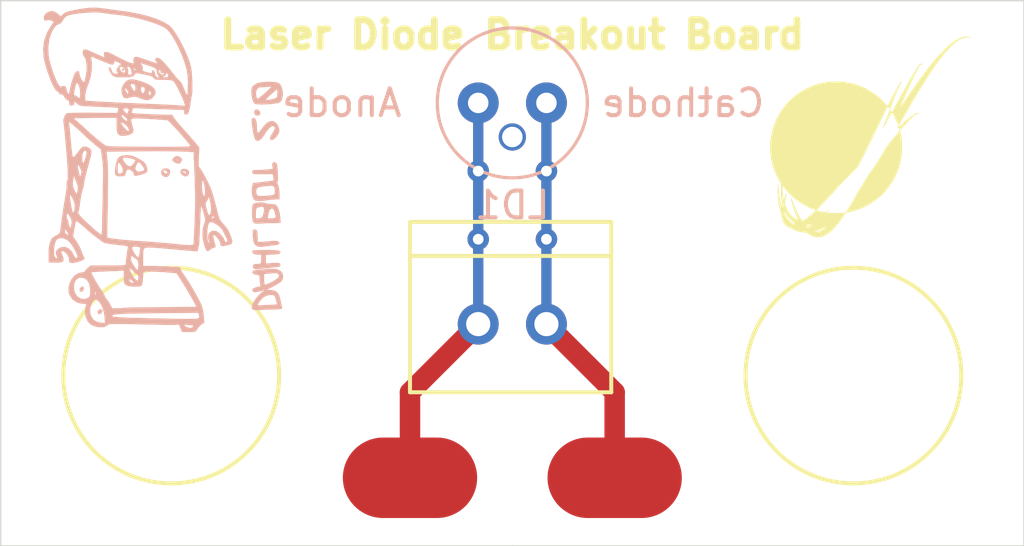
<source format=kicad_pcb>
(kicad_pcb (version 20171130) (host pcbnew "(5.1.2)-2")

  (general
    (thickness 1.6)
    (drawings 8)
    (tracks 16)
    (zones 0)
    (modules 8)
    (nets 3)
  )

  (page A4)
  (layers
    (0 F.Cu signal)
    (31 B.Cu signal)
    (32 B.Adhes user)
    (33 F.Adhes user)
    (34 B.Paste user)
    (35 F.Paste user)
    (36 B.SilkS user)
    (37 F.SilkS user)
    (38 B.Mask user)
    (39 F.Mask user)
    (40 Dwgs.User user)
    (41 Cmts.User user)
    (42 Eco1.User user)
    (43 Eco2.User user)
    (44 Edge.Cuts user)
    (45 Margin user)
    (46 B.CrtYd user)
    (47 F.CrtYd user)
    (48 B.Fab user hide)
    (49 F.Fab user hide)
  )

  (setup
    (last_trace_width 0.762)
    (user_trace_width 0.381)
    (user_trace_width 0.762)
    (trace_clearance 0.2)
    (zone_clearance 0.508)
    (zone_45_only no)
    (trace_min 0.2)
    (via_size 0.8)
    (via_drill 0.4)
    (via_min_size 0.4)
    (via_min_drill 0.3)
    (uvia_size 0.3)
    (uvia_drill 0.1)
    (uvias_allowed no)
    (uvia_min_size 0.2)
    (uvia_min_drill 0.1)
    (edge_width 0.05)
    (segment_width 0.2)
    (pcb_text_width 0.3)
    (pcb_text_size 1.5 1.5)
    (mod_edge_width 0.12)
    (mod_text_size 1 1)
    (mod_text_width 0.15)
    (pad_size 1.016 1.016)
    (pad_drill 0.762)
    (pad_to_mask_clearance 0.051)
    (solder_mask_min_width 0.25)
    (aux_axis_origin 0 0)
    (visible_elements FFFFFF7F)
    (pcbplotparams
      (layerselection 0x010fc_ffffffff)
      (usegerberextensions false)
      (usegerberattributes false)
      (usegerberadvancedattributes false)
      (creategerberjobfile false)
      (excludeedgelayer true)
      (linewidth 0.100000)
      (plotframeref false)
      (viasonmask false)
      (mode 1)
      (useauxorigin false)
      (hpglpennumber 1)
      (hpglpenspeed 20)
      (hpglpendiameter 15.000000)
      (psnegative false)
      (psa4output false)
      (plotreference true)
      (plotvalue true)
      (plotinvisibletext false)
      (padsonsilk false)
      (subtractmaskfromsilk false)
      (outputformat 1)
      (mirror false)
      (drillshape 0)
      (scaleselection 1)
      (outputdirectory "./"))
  )

  (net 0 "")
  (net 1 "Net-(Conn1-Pad1)")
  (net 2 "Net-(Conn1-Pad2)")

  (net_class Default "This is the default net class."
    (clearance 0.2)
    (trace_width 0.25)
    (via_dia 0.8)
    (via_drill 0.4)
    (uvia_dia 0.3)
    (uvia_drill 0.1)
    (add_net "Net-(Conn1-Pad1)")
    (add_net "Net-(Conn1-Pad2)")
  )

  (module MRDT_Silkscreens:0_MRDT_Logo_7.5mm (layer F.Cu) (tedit 5AA4CF2C) (tstamp 5DAD4614)
    (at -714.375 -116.84)
    (tags "Logo, MRDT")
    (fp_text reference G*** (at -1.0922 4.2418) (layer Dwgs.User) hide
      (effects (font (size 0.2 0.2) (thickness 0.05)))
    )
    (fp_text value LOGO (at -1.397 -2.5654) (layer Dwgs.User) hide
      (effects (font (size 0.2 0.2) (thickness 0.05)))
    )
    (fp_poly (pts (xy 3.612401 -3.730434) (xy 3.6613 -3.723382) (xy 3.701114 -3.711807) (xy 3.707187 -3.709178)
      (xy 3.731558 -3.697884) (xy 3.709147 -3.701675) (xy 3.631145 -3.710423) (xy 3.558085 -3.70984)
      (xy 3.493284 -3.699963) (xy 3.490608 -3.699299) (xy 3.415095 -3.674466) (xy 3.336405 -3.637255)
      (xy 3.25427 -3.587447) (xy 3.168422 -3.524823) (xy 3.078592 -3.449166) (xy 2.984511 -3.360257)
      (xy 2.885912 -3.257876) (xy 2.782526 -3.141807) (xy 2.731008 -3.081032) (xy 2.68328 -3.023388)
      (xy 2.637682 -2.967177) (xy 2.593501 -2.911366) (xy 2.550022 -2.854921) (xy 2.50653 -2.796809)
      (xy 2.462311 -2.735999) (xy 2.41665 -2.671457) (xy 2.368832 -2.602149) (xy 2.318144 -2.527044)
      (xy 2.26387 -2.445107) (xy 2.205296 -2.355307) (xy 2.141708 -2.256611) (xy 2.072391 -2.147984)
      (xy 1.996629 -2.028395) (xy 1.932962 -1.927412) (xy 1.787775 -1.693288) (xy 1.648132 -1.461188)
      (xy 1.516277 -1.234858) (xy 1.483092 -1.176618) (xy 1.453103 -1.123999) (xy 1.418358 -1.06348)
      (xy 1.38172 -1.000015) (xy 1.346048 -0.93856) (xy 1.314748 -0.884999) (xy 1.283574 -0.831559)
      (xy 1.249377 -0.772377) (xy 1.214797 -0.712058) (xy 1.182473 -0.655206) (xy 1.155045 -0.606426)
      (xy 1.154168 -0.604852) (xy 1.130513 -0.562485) (xy 1.108072 -0.522426) (xy 1.088339 -0.487332)
      (xy 1.072806 -0.459857) (xy 1.062966 -0.442655) (xy 1.062657 -0.442122) (xy 1.043864 -0.409862)
      (xy 1.014862 -0.486946) (xy 0.99965 -0.525069) (xy 0.980739 -0.568853) (xy 0.959075 -0.616436)
      (xy 0.935609 -0.665958) (xy 0.911289 -0.715557) (xy 0.887064 -0.763372) (xy 0.863882 -0.807541)
      (xy 0.842693 -0.846203) (xy 0.824444 -0.877497) (xy 0.810086 -0.899561) (xy 0.800566 -0.910535)
      (xy 0.798498 -0.911412) (xy 0.793478 -0.905166) (xy 0.782703 -0.887847) (xy 0.767415 -0.86158)
      (xy 0.748857 -0.828494) (xy 0.73192 -0.797486) (xy 0.704572 -0.747039) (xy 0.675246 -0.69329)
      (xy 0.644836 -0.637843) (xy 0.614235 -0.582304) (xy 0.584335 -0.528278) (xy 0.556031 -0.477371)
      (xy 0.530214 -0.431188) (xy 0.507779 -0.391334) (xy 0.489618 -0.359415) (xy 0.476625 -0.337036)
      (xy 0.469692 -0.325803) (xy 0.469054 -0.324971) (xy 0.468536 -0.32825) (xy 0.472507 -0.342979)
      (xy 0.480212 -0.366617) (xy 0.487918 -0.388471) (xy 0.506633 -0.439894) (xy 0.527437 -0.496621)
      (xy 0.549734 -0.557068) (xy 0.57293 -0.619652) (xy 0.596431 -0.682788) (xy 0.619641 -0.744894)
      (xy 0.641967 -0.804384) (xy 0.662814 -0.859676) (xy 0.681586 -0.909186) (xy 0.69769 -0.951329)
      (xy 0.710531 -0.984523) (xy 0.719513 -1.007183) (xy 0.724044 -1.017725) (xy 0.724364 -1.018241)
      (xy 0.730665 -1.01532) (xy 0.742484 -1.002243) (xy 0.757556 -0.981609) (xy 0.761756 -0.975286)
      (xy 0.777339 -0.952255) (xy 0.790039 -0.935112) (xy 0.797585 -0.926881) (xy 0.798362 -0.926567)
      (xy 0.803092 -0.932927) (xy 0.813726 -0.950623) (xy 0.8292 -0.977776) (xy 0.848451 -1.012506)
      (xy 0.870416 -1.05293) (xy 0.881529 -1.073652) (xy 0.9077 -1.122381) (xy 0.939035 -1.18028)
      (xy 0.973418 -1.243472) (xy 1.008736 -1.308077) (xy 1.042876 -1.370217) (xy 1.063599 -1.407747)
      (xy 1.09368 -1.462187) (xy 1.129015 -1.526288) (xy 1.167706 -1.596597) (xy 1.207853 -1.669659)
      (xy 1.247556 -1.742018) (xy 1.284916 -1.81022) (xy 1.297941 -1.83403) (xy 1.358475 -1.943859)
      (xy 1.417934 -2.050029) (xy 1.475673 -2.151456) (xy 1.531048 -2.247063) (xy 1.583416 -2.335766)
      (xy 1.632132 -2.416488) (xy 1.676552 -2.488146) (xy 1.716032 -2.54966) (xy 1.749928 -2.599949)
      (xy 1.775531 -2.635248) (xy 1.811393 -2.678491) (xy 1.843378 -2.709582) (xy 1.870954 -2.728225)
      (xy 1.893593 -2.734125) (xy 1.910763 -2.726985) (xy 1.918742 -2.715208) (xy 1.926137 -2.695252)
      (xy 1.92741 -2.68352) (xy 1.923201 -2.681953) (xy 1.914152 -2.692494) (xy 1.912242 -2.695524)
      (xy 1.897827 -2.713034) (xy 1.884433 -2.717928) (xy 1.884256 -2.717896) (xy 1.870216 -2.708935)
      (xy 1.850771 -2.686557) (xy 1.826158 -2.651183) (xy 1.796612 -2.603231) (xy 1.76237 -2.54312)
      (xy 1.723669 -2.471271) (xy 1.680743 -2.388102) (xy 1.63383 -2.294032) (xy 1.583167 -2.18948)
      (xy 1.565086 -2.15153) (xy 1.547279 -2.113587) (xy 1.525545 -2.066587) (xy 1.500431 -2.011761)
      (xy 1.472484 -1.950338) (xy 1.442249 -1.883547) (xy 1.410275 -1.812617) (xy 1.377108 -1.738779)
      (xy 1.343295 -1.663261) (xy 1.309383 -1.587293) (xy 1.275918 -1.512105) (xy 1.243448 -1.438926)
      (xy 1.212519 -1.368986) (xy 1.183679 -1.303513) (xy 1.157473 -1.243739) (xy 1.13445 -1.190891)
      (xy 1.115155 -1.1462) (xy 1.100136 -1.110894) (xy 1.089939 -1.086205) (xy 1.085112 -1.07336)
      (xy 1.084829 -1.071779) (xy 1.089402 -1.077124) (xy 1.101115 -1.093233) (xy 1.118807 -1.118441)
      (xy 1.14132 -1.151086) (xy 1.167497 -1.189506) (xy 1.187823 -1.219605) (xy 1.221708 -1.269646)
      (xy 1.261824 -1.328364) (xy 1.307148 -1.394295) (xy 1.356656 -1.465976) (xy 1.409323 -1.541943)
      (xy 1.464127 -1.620735) (xy 1.520042 -1.700889) (xy 1.576045 -1.78094) (xy 1.631112 -1.859427)
      (xy 1.684219 -1.934886) (xy 1.734341 -2.005855) (xy 1.780456 -2.07087) (xy 1.821539 -2.128469)
      (xy 1.856566 -2.177188) (xy 1.884513 -2.215565) (xy 1.892397 -2.226236) (xy 2.028769 -2.407571)
      (xy 2.158821 -2.575797) (xy 2.282835 -2.731208) (xy 2.401093 -2.874097) (xy 2.513877 -3.004759)
      (xy 2.621469 -3.123487) (xy 2.724151 -3.230576) (xy 2.822204 -3.32632) (xy 2.915912 -3.411013)
      (xy 3.005555 -3.484948) (xy 3.091416 -3.54842) (xy 3.173777 -3.601723) (xy 3.25292 -3.645151)
      (xy 3.253441 -3.64541) (xy 3.312435 -3.673565) (xy 3.362646 -3.694701) (xy 3.40775 -3.710041)
      (xy 3.451427 -3.72081) (xy 3.497354 -3.728231) (xy 3.505245 -3.729199) (xy 3.558891 -3.732522)
      (xy 3.612401 -3.730434)) (layer F.SilkS) (width 0.01))
    (fp_poly (pts (xy 0.463176 -0.31003) (xy 0.459441 -0.306294) (xy 0.455706 -0.31003) (xy 0.459441 -0.313765)
      (xy 0.463176 -0.31003)) (layer F.SilkS) (width 0.01))
    (fp_poly (pts (xy 1.164063 -2.064908) (xy 1.160151 -2.055904) (xy 1.147428 -2.03675) (xy 1.140129 -2.026415)
      (xy 1.126475 -2.006259) (xy 1.113096 -1.984136) (xy 1.099154 -1.958276) (xy 1.083809 -1.92691)
      (xy 1.066222 -1.888269) (xy 1.045552 -1.840584) (xy 1.020961 -1.782085) (xy 0.999068 -1.729148)
      (xy 0.980449 -1.68344) (xy 0.957485 -1.626311) (xy 0.931172 -1.560296) (xy 0.902506 -1.487927)
      (xy 0.872482 -1.41174) (xy 0.842095 -1.334267) (xy 0.812342 -1.258042) (xy 0.784218 -1.185599)
      (xy 0.758719 -1.119472) (xy 0.736839 -1.062195) (xy 0.732486 -1.050704) (xy 0.724422 -1.029377)
      (xy 0.682519 -1.086756) (xy 0.663992 -1.110745) (xy 0.648348 -1.128455) (xy 0.637751 -1.137567)
      (xy 0.634736 -1.137964) (xy 0.630556 -1.130337) (xy 0.620451 -1.110382) (xy 0.604977 -1.079232)
      (xy 0.584689 -1.038024) (xy 0.560142 -0.98789) (xy 0.531892 -0.929967) (xy 0.500492 -0.865388)
      (xy 0.466499 -0.795289) (xy 0.430468 -0.720803) (xy 0.416089 -0.69103) (xy 0.333305 -0.519637)
      (xy 0.256487 -0.360809) (xy 0.185181 -0.213618) (xy 0.118932 -0.077138) (xy 0.057289 0.04956)
      (xy -0.000204 0.167402) (xy -0.053998 0.277316) (xy -0.104549 0.380229) (xy -0.15231 0.477068)
      (xy -0.197733 0.568761) (xy -0.241273 0.656236) (xy -0.283383 0.740418) (xy -0.307353 0.788147)
      (xy -0.33984 0.853124) (xy -0.367581 0.908983) (xy -0.391563 0.957004) (xy -0.412772 0.998471)
      (xy -0.432195 1.034667) (xy -0.450819 1.066873) (xy -0.469629 1.096373) (xy -0.489613 1.124449)
      (xy -0.511758 1.152384) (xy -0.53705 1.18146) (xy -0.566475 1.21296) (xy -0.601021 1.248166)
      (xy -0.641673 1.288362) (xy -0.689418 1.334829) (xy -0.745244 1.38885) (xy -0.810137 1.451708)
      (xy -0.840442 1.481159) (xy -0.895103 1.534645) (xy -0.948581 1.587532) (xy -0.99948 1.638402)
      (xy -1.046404 1.685837) (xy -1.087958 1.728419) (xy -1.122747 1.764728) (xy -1.149375 1.793346)
      (xy -1.164875 1.810953) (xy -1.207029 1.860518) (xy -1.258146 1.919126) (xy -1.31673 1.985148)
      (xy -1.381287 2.056958) (xy -1.450322 2.132925) (xy -1.522338 2.211423) (xy -1.595843 2.290822)
      (xy -1.669339 2.369495) (xy -1.741334 2.445813) (xy -1.81033 2.518149) (xy -1.874834 2.584873)
      (xy -1.885389 2.595687) (xy -1.921087 2.632312) (xy -1.952961 2.665212) (xy -1.979633 2.692949)
      (xy -1.999727 2.714087) (xy -2.011863 2.727185) (xy -2.014911 2.730919) (xy -2.005728 2.73419)
      (xy -1.984924 2.740175) (xy -1.95541 2.748132) (xy -1.920101 2.757318) (xy -1.881911 2.766989)
      (xy -1.843751 2.776404) (xy -1.808537 2.78482) (xy -1.779181 2.791493) (xy -1.76784 2.793898)
      (xy -1.719861 2.802945) (xy -1.684993 2.807709) (xy -1.662058 2.808279) (xy -1.649878 2.804742)
      (xy -1.648075 2.80278) (xy -1.640937 2.795738) (xy -1.624787 2.781743) (xy -1.602335 2.763105)
      (xy -1.586001 2.749879) (xy -1.527736 2.703139) (xy -1.586692 2.758745) (xy -1.645649 2.814351)
      (xy -1.62031 2.818886) (xy -1.575397 2.825382) (xy -1.521567 2.830644) (xy -1.460857 2.834687)
      (xy -1.395309 2.837526) (xy -1.326961 2.839176) (xy -1.257854 2.839651) (xy -1.190026 2.838967)
      (xy -1.125519 2.837139) (xy -1.06637 2.834181) (xy -1.014621 2.830109) (xy -0.97231 2.824937)
      (xy -0.941478 2.81868) (xy -0.928118 2.813819) (xy -0.919576 2.805005) (xy -0.904457 2.784521)
      (xy -0.883566 2.753686) (xy -0.85771 2.713822) (xy -0.827694 2.666246) (xy -0.794323 2.61228)
      (xy -0.758403 2.553243) (xy -0.720741 2.490455) (xy -0.682141 2.425235) (xy -0.643409 2.358904)
      (xy -0.605351 2.292781) (xy -0.568772 2.228186) (xy -0.548927 2.192617) (xy -0.517435 2.136798)
      (xy -0.483613 2.078521) (xy -0.449432 2.021069) (xy -0.416864 1.967725) (xy -0.387881 1.921771)
      (xy -0.369453 1.893794) (xy -0.341883 1.851696) (xy -0.309864 1.800549) (xy -0.275918 1.744521)
      (xy -0.242565 1.687778) (xy -0.212325 1.634488) (xy -0.209299 1.629021) (xy -0.172173 1.56343)
      (xy -0.135664 1.502808) (xy -0.097147 1.44308) (xy -0.053995 1.380172) (xy -0.004688 1.311521)
      (xy 0.1009 1.163995) (xy 0.200677 1.01824) (xy 0.296963 0.870662) (xy 0.392078 0.717665)
      (xy 0.488341 0.555656) (xy 0.533072 0.478117) (xy 0.559914 0.431994) (xy 0.584339 0.392181)
      (xy 0.60855 0.355558) (xy 0.634748 0.319007) (xy 0.665134 0.279407) (xy 0.701911 0.233639)
      (xy 0.728136 0.201706) (xy 0.76433 0.157801) (xy 0.800332 0.114009) (xy 0.834101 0.072819)
      (xy 0.863594 0.036725) (xy 0.886771 0.008219) (xy 0.896418 -0.003736) (xy 0.919636 -0.032337)
      (xy 0.949033 -0.068102) (xy 0.981115 -0.106801) (xy 1.012392 -0.14421) (xy 1.017563 -0.150357)
      (xy 1.043029 -0.181192) (xy 1.064637 -0.208491) (xy 1.0807 -0.23003) (xy 1.08953 -0.243586)
      (xy 1.090706 -0.24667) (xy 1.088712 -0.257888) (xy 1.083584 -0.278276) (xy 1.076596 -0.303442)
      (xy 1.069025 -0.328996) (xy 1.062147 -0.350547) (xy 1.057237 -0.363702) (xy 1.056147 -0.365593)
      (xy 1.049624 -0.362568) (xy 1.035607 -0.351467) (xy 1.018223 -0.335711) (xy 1.000982 -0.320175)
      (xy 0.992912 -0.315027) (xy 0.994476 -0.320556) (xy 0.994888 -0.321236) (xy 1.005333 -0.339397)
      (xy 1.018182 -0.363249) (xy 1.023251 -0.373052) (xy 1.033446 -0.392215) (xy 1.039699 -0.399656)
      (xy 1.044622 -0.39708) (xy 1.04891 -0.389792) (xy 1.052931 -0.383679) (xy 1.058009 -0.381585)
      (xy 1.066065 -0.384709) (xy 1.079018 -0.394252) (xy 1.09879 -0.411415) (xy 1.1273 -0.437399)
      (xy 1.132094 -0.441805) (xy 1.216648 -0.518894) (xy 1.291976 -0.586126) (xy 1.359189 -0.644429)
      (xy 1.419401 -0.694731) (xy 1.473725 -0.737961) (xy 1.523273 -0.775046) (xy 1.569158 -0.806915)
      (xy 1.572558 -0.809171) (xy 1.633376 -0.846829) (xy 1.685417 -0.873636) (xy 1.728424 -0.889499)
      (xy 1.762137 -0.894328) (xy 1.786297 -0.88803) (xy 1.789206 -0.886025) (xy 1.797181 -0.879039)
      (xy 1.795696 -0.875628) (xy 1.782588 -0.874461) (xy 1.770124 -0.874297) (xy 1.736819 -0.869357)
      (xy 1.703773 -0.85355) (xy 1.702302 -0.852624) (xy 1.676136 -0.834136) (xy 1.642246 -0.807403)
      (xy 1.603386 -0.774832) (xy 1.56231 -0.73883) (xy 1.52177 -0.701804) (xy 1.484521 -0.666161)
      (xy 1.456764 -0.637973) (xy 1.433713 -0.613401) (xy 1.404511 -0.581898) (xy 1.370692 -0.545153)
      (xy 1.333788 -0.504854) (xy 1.295334 -0.462691) (xy 1.25686 -0.420352) (xy 1.219901 -0.379526)
      (xy 1.18599 -0.341902) (xy 1.156658 -0.309168) (xy 1.133439 -0.283014) (xy 1.117866 -0.265128)
      (xy 1.112758 -0.258976) (xy 1.096292 -0.238043) (xy 1.116498 -0.147036) (xy 1.133096 -0.06799)
      (xy 1.146002 0.004352) (xy 1.155704 0.074214) (xy 1.162691 0.145818) (xy 1.167451 0.223389)
      (xy 1.170472 0.311149) (xy 1.170727 0.321961) (xy 1.171663 0.44341) (xy 1.168408 0.554275)
      (xy 1.160573 0.658417) (xy 1.147772 0.7597) (xy 1.129618 0.861988) (xy 1.105969 0.968127)
      (xy 1.054257 1.150228) (xy 0.988882 1.32693) (xy 0.91037 1.497514) (xy 0.819249 1.661262)
      (xy 0.716043 1.817457) (xy 0.60128 1.96538) (xy 0.475485 2.104315) (xy 0.339184 2.233544)
      (xy 0.192904 2.352348) (xy 0.03717 2.46001) (xy -0.008257 2.488181) (xy -0.163293 2.574247)
      (xy -0.325471 2.649535) (xy -0.492306 2.713107) (xy -0.661313 2.764028) (xy -0.830008 2.801361)
      (xy -0.847912 2.804508) (xy -0.887183 2.812502) (xy -0.912522 2.820746) (xy -0.924744 2.829291)
      (xy -0.931521 2.838955) (xy -0.945482 2.859084) (xy -0.96535 2.887829) (xy -0.989847 2.923341)
      (xy -1.017698 2.963771) (xy -1.039672 2.995706) (xy -1.121656 3.112097) (xy -1.198779 3.215614)
      (xy -1.271883 3.307191) (xy -1.341809 3.387763) (xy -1.409399 3.458267) (xy -1.475493 3.519637)
      (xy -1.540933 3.572809) (xy -1.59032 3.608025) (xy -1.633847 3.634601) (xy -1.683955 3.660941)
      (xy -1.735892 3.684844) (xy -1.784905 3.70411) (xy -1.823205 3.715818) (xy -1.88447 3.726696)
      (xy -1.950764 3.731533) (xy -2.015575 3.730106) (xy -2.063326 3.724053) (xy -2.151856 3.699685)
      (xy -2.236703 3.660865) (xy -2.317753 3.607648) (xy -2.345809 3.58512) (xy -2.367465 3.568256)
      (xy -2.385093 3.559502) (xy -2.405134 3.556309) (xy -2.419379 3.556) (xy -2.519493 3.550132)
      (xy -2.621078 3.533187) (xy -2.645237 3.52663) (xy -2.093141 3.52663) (xy -2.082799 3.533117)
      (xy -2.073089 3.53615) (xy -2.058919 3.53778) (xy -2.034411 3.538579) (xy -2.00415 3.538428)
      (xy -1.994647 3.53818) (xy -1.951069 3.535033) (xy -1.91511 3.527795) (xy -1.884241 3.516998)
      (xy -1.833743 3.493941) (xy -1.788551 3.467537) (xy -1.744636 3.435018) (xy -1.697968 3.393617)
      (xy -1.681424 3.377677) (xy -1.657009 3.353355) (xy -1.638861 3.334429) (xy -1.628327 3.322375)
      (xy -1.626749 3.31867) (xy -1.628589 3.319637) (xy -1.705804 3.367594) (xy -1.772522 3.405837)
      (xy -1.829312 3.434692) (xy -1.83203 3.435954) (xy -1.872121 3.453138) (xy -1.918037 3.470698)
      (xy -1.965624 3.487239) (xy -2.010729 3.501362) (xy -2.049199 3.511673) (xy -2.069446 3.515793)
      (xy -2.088663 3.520702) (xy -2.093141 3.52663) (xy -2.645237 3.52663) (xy -2.720691 3.506152)
      (xy -2.81489 3.470012) (xy -2.900234 3.425755) (xy -2.922476 3.41178) (xy -2.948201 3.396812)
      (xy -2.973487 3.385178) (xy -2.988236 3.380522) (xy -3.007688 3.374744) (xy -3.035027 3.364305)
      (xy -3.064817 3.351306) (xy -3.069162 3.349265) (xy -3.128924 3.312747) (xy -3.12902 3.312656)
      (xy -2.401514 3.312656) (xy -2.399036 3.318579) (xy -2.392053 3.326587) (xy -2.390405 3.328342)
      (xy -2.381059 3.337558) (xy -2.371771 3.343256) (xy -2.359652 3.345522) (xy -2.341813 3.344445)
      (xy -2.315365 3.340111) (xy -2.277419 3.332608) (xy -2.273749 3.331863) (xy -2.243221 3.325056)
      (xy -2.208246 3.316299) (xy -2.171528 3.306392) (xy -2.135772 3.296135) (xy -2.103682 3.286328)
      (xy -2.07796 3.27777) (xy -2.061312 3.27126) (xy -2.05644 3.2676) (xy -2.056445 3.267594)
      (xy -2.064526 3.267563) (xy -2.083731 3.269831) (xy -2.110499 3.273946) (xy -2.121901 3.275897)
      (xy -2.154492 3.280856) (xy -2.196507 3.286143) (xy -2.242461 3.291119) (xy -2.285742 3.295051)
      (xy -2.331755 3.298806) (xy -2.364608 3.301894) (xy -2.386031 3.304864) (xy -2.397756 3.308268)
      (xy -2.401514 3.312656) (xy -3.12902 3.312656) (xy -3.180742 3.264122) (xy -3.224116 3.204235)
      (xy -3.258546 3.133936) (xy -3.283532 3.054069) (xy -3.298574 2.965484) (xy -3.299182 2.959584)
      (xy -3.304439 2.927459) (xy -3.31367 2.889367) (xy -3.324971 2.853073) (xy -3.326073 2.850029)
      (xy -3.355315 2.760027) (xy -3.359077 2.745441) (xy -3.213499 2.745441) (xy -3.210241 2.798876)
      (xy -3.206939 2.831415) (xy -3.200215 2.858094) (xy -3.187919 2.886007) (xy -3.178554 2.903464)
      (xy -3.114985 3.006287) (xy -3.045965 3.095608) (xy -2.971021 3.172014) (xy -2.939677 3.198769)
      (xy -2.894853 3.235081) (xy -2.846294 3.23045) (xy -2.821 3.227655) (xy -2.802338 3.224874)
      (xy -2.794623 3.222822) (xy -2.793022 3.22081) (xy -2.794448 3.218158) (xy -2.801249 3.213202)
      (xy -2.815773 3.204278) (xy -2.84037 3.189725) (xy -2.846294 3.186234) (xy -2.927943 3.131218)
      (xy -3.001257 3.066886) (xy -3.06743 2.991907) (xy -3.127655 2.90495) (xy -3.176366 2.818079)
      (xy -3.213499 2.745441) (xy -3.359077 2.745441) (xy -3.38189 2.656998) (xy -3.405441 2.542678)
      (xy -3.425607 2.4188) (xy -3.441343 2.29347) (xy -3.444776 2.254355) (xy -3.447656 2.206763)
      (xy -3.449967 2.152962) (xy -3.451694 2.095217) (xy -3.452822 2.035795) (xy -3.453333 1.976962)
      (xy -3.453213 1.920985) (xy -3.452445 1.87013) (xy -3.451013 1.826663) (xy -3.448902 1.792852)
      (xy -3.446095 1.770962) (xy -3.445031 1.766794) (xy -3.440914 1.755493) (xy -3.438626 1.75492)
      (xy -3.437525 1.766586) (xy -3.437071 1.78547) (xy -3.434645 1.844824) (xy -3.429418 1.915308)
      (xy -3.42183 1.993466) (xy -3.412323 2.075846) (xy -3.40134 2.158991) (xy -3.389322 2.239446)
      (xy -3.376711 2.313758) (xy -3.363948 2.378471) (xy -3.357768 2.405647) (xy -3.346354 2.451145)
      (xy -3.334256 2.496018) (xy -3.322165 2.538045) (xy -3.310772 2.575006) (xy -3.300769 2.604679)
      (xy -3.292846 2.624844) (xy -3.287694 2.633279) (xy -3.286934 2.633304) (xy -3.280072 2.621211)
      (xy -3.276642 2.597455) (xy -3.276638 2.564914) (xy -3.280056 2.526465) (xy -3.286889 2.484985)
      (xy -3.287221 2.483363) (xy -3.298042 2.427683) (xy -3.306836 2.374389) (xy -3.313809 2.320946)
      (xy -3.319171 2.264816) (xy -3.323128 2.203464) (xy -3.32589 2.134352) (xy -3.327663 2.054946)
      (xy -3.328532 1.979706) (xy -3.329696 1.834217) (xy -3.286694 1.834217) (xy -3.285976 1.863245)
      (xy -3.284494 1.89939) (xy -3.282378 1.940056) (xy -3.279757 1.982652) (xy -3.276761 2.024583)
      (xy -3.273521 2.063256) (xy -3.271464 2.084294) (xy -3.267314 2.119359) (xy -3.2618 2.159568)
      (xy -3.255412 2.201987) (xy -3.248642 2.243684) (xy -3.241979 2.281724) (xy -3.235914 2.313175)
      (xy -3.230938 2.335104) (xy -3.228062 2.343836) (xy -3.224028 2.340802) (xy -3.21663 2.325838)
      (xy -3.206877 2.301302) (xy -3.195781 2.269551) (xy -3.194416 2.265395) (xy -3.177609 2.215275)
      (xy -3.162579 2.173187) (xy -3.149895 2.140562) (xy -3.140125 2.118832) (xy -3.133838 2.109428)
      (xy -3.132449 2.109414) (xy -3.1327 2.117503) (xy -3.135676 2.137289) (xy -3.140883 2.165881)
      (xy -3.147829 2.200386) (xy -3.148529 2.203714) (xy -3.158067 2.250814) (xy -3.168227 2.30411)
      (xy -3.177529 2.355716) (xy -3.182315 2.383997) (xy -3.196858 2.473142) (xy -3.174157 2.538321)
      (xy -3.155162 2.588302) (xy -3.131672 2.64311) (xy -3.105668 2.698628) (xy -3.079126 2.750741)
      (xy -3.054025 2.795331) (xy -3.040013 2.817455) (xy -3.004388 2.864636) (xy -2.961157 2.91324)
      (xy -2.914848 2.958564) (xy -2.869992 2.995904) (xy -2.863778 3.000448) (xy -2.841167 3.015316)
      (xy -2.813324 3.031697) (xy -2.783231 3.048082) (xy -2.753873 3.062962) (xy -2.728232 3.07483)
      (xy -2.709292 3.082175) (xy -2.700037 3.08349) (xy -2.699855 3.083344) (xy -2.70123 3.075578)
      (xy -2.70769 3.057846) (xy -2.71792 3.033685) (xy -2.720193 3.028635) (xy -2.742249 2.977878)
      (xy -2.76706 2.917121) (xy -2.793002 2.850652) (xy -2.818451 2.782755) (xy -2.841782 2.717716)
      (xy -2.861371 2.659822) (xy -2.868571 2.637117) (xy -2.881021 2.595503) (xy -2.894453 2.54847)
      (xy -2.908264 2.498366) (xy -2.921849 2.44754) (xy -2.934602 2.398339) (xy -2.945921 2.353112)
      (xy -2.9552 2.314207) (xy -2.961835 2.283972) (xy -2.965221 2.264754) (xy -2.965529 2.260496)
      (xy -2.962805 2.263358) (xy -2.955207 2.278628) (xy -2.943377 2.304828) (xy -2.927958 2.340481)
      (xy -2.909591 2.384108) (xy -2.888919 2.434232) (xy -2.873271 2.472764) (xy -2.840464 2.553392)
      (xy -2.811619 2.622615) (xy -2.785519 2.683043) (xy -2.760943 2.737286) (xy -2.736674 2.787955)
      (xy -2.711494 2.837658) (xy -2.684184 2.889005) (xy -2.653525 2.944607) (xy -2.650213 2.95053)
      (xy -2.620416 3.003359) (xy -2.596649 3.044408) (xy -2.577924 3.075091) (xy -2.563253 3.096817)
      (xy -2.551649 3.110998) (xy -2.542122 3.119046) (xy -2.533686 3.122372) (xy -2.529705 3.122706)
      (xy -2.516165 3.118726) (xy -2.493855 3.107986) (xy -2.466253 3.092281) (xy -2.445506 3.079205)
      (xy -2.415054 3.058253) (xy -2.37734 3.030865) (xy -2.336579 3.000176) (xy -2.296982 2.969321)
      (xy -2.285938 2.960483) (xy -2.278777 2.954617) (xy -1.845236 2.954617) (xy -1.8415 2.958353)
      (xy -1.837765 2.954617) (xy -1.8415 2.950882) (xy -1.845236 2.954617) (xy -2.278777 2.954617)
      (xy -2.271067 2.948301) (xy -1.830294 2.948301) (xy -1.824584 2.946886) (xy -1.807514 2.935941)
      (xy -1.779178 2.915531) (xy -1.739668 2.885722) (xy -1.719632 2.870312) (xy -1.694473 2.850328)
      (xy -1.6749 2.833723) (xy -1.663209 2.822517) (xy -1.661025 2.818838) (xy -1.667605 2.822003)
      (xy -1.683251 2.832562) (xy -1.705387 2.848543) (xy -1.731435 2.867975) (xy -1.75882 2.888888)
      (xy -1.784963 2.909311) (xy -1.807289 2.927273) (xy -1.823221 2.940803) (xy -1.830182 2.947931)
      (xy -1.830294 2.948301) (xy -2.271067 2.948301) (xy -2.253783 2.934144) (xy -2.21848 2.904515)
      (xy -2.181737 2.873111) (xy -2.145267 2.841447) (xy -2.11078 2.811038) (xy -2.079986 2.783399)
      (xy -2.054596 2.760044) (xy -2.03632 2.742488) (xy -2.026869 2.732246) (xy -2.026015 2.730309)
      (xy -2.033488 2.727035) (xy -2.052216 2.719716) (xy -2.079415 2.70942) (xy -2.1123 2.697214)
      (xy -2.11398 2.696596) (xy -2.287979 2.624993) (xy -2.455944 2.540587) (xy -2.616867 2.444125)
      (xy -2.769739 2.336353) (xy -2.91355 2.218017) (xy -3.047293 2.089861) (xy -3.169958 1.952631)
      (xy -3.23817 1.865779) (xy -3.257034 1.841021) (xy -3.272593 1.821547) (xy -3.282724 1.809962)
      (xy -3.285316 1.807882) (xy -3.286517 1.814898) (xy -3.286694 1.834217) (xy -3.329696 1.834217)
      (xy -3.330475 1.736911) (xy -3.380425 1.654735) (xy -3.471597 1.490482) (xy -3.549438 1.319618)
      (xy -3.613976 1.14206) (xy -3.665239 0.957726) (xy -3.703255 0.766533) (xy -3.721278 0.635)
      (xy -3.724761 0.593396) (xy -3.727343 0.540292) (xy -3.729026 0.479102) (xy -3.729808 0.41324)
      (xy -3.729689 0.34612) (xy -3.72867 0.281155) (xy -3.726751 0.221761) (xy -3.723932 0.17135)
      (xy -3.721278 0.141941) (xy -3.691963 -0.054251) (xy -3.649205 -0.243927) (xy -3.59299 -0.427122)
      (xy -3.523304 -0.60387) (xy -3.440133 -0.774204) (xy -3.343463 -0.938159) (xy -3.23328 -1.095768)
      (xy -3.190695 -1.150471) (xy -3.152662 -1.19578) (xy -3.106335 -1.24746) (xy -3.054855 -1.302264)
      (xy -3.001364 -1.35695) (xy -2.949002 -1.408271) (xy -2.900913 -1.452983) (xy -2.879912 -1.471452)
      (xy -2.729663 -1.590718) (xy -2.571687 -1.697309) (xy -2.406549 -1.79098) (xy -2.234817 -1.871482)
      (xy -2.057058 -1.938569) (xy -1.873838 -1.991993) (xy -1.685723 -2.031509) (xy -1.550147 -2.050911)
      (xy -1.494552 -2.055942) (xy -1.428282 -2.059657) (xy -1.355217 -2.062028) (xy -1.279233 -2.063024)
      (xy -1.204209 -2.062615) (xy -1.134022 -2.060772) (xy -1.072551 -2.057463) (xy -1.042147 -2.054834)
      (xy -0.848681 -2.027744) (xy -0.661228 -1.986995) (xy -0.47963 -1.932521) (xy -0.303727 -1.864257)
      (xy -0.13336 -1.782135) (xy 0.03163 -1.686091) (xy 0.191403 -1.576059) (xy 0.276411 -1.510121)
      (xy 0.30902 -1.482505) (xy 0.347915 -1.447507) (xy 0.390829 -1.407365) (xy 0.435495 -1.364314)
      (xy 0.479646 -1.32059) (xy 0.521015 -1.278431) (xy 0.557335 -1.240073) (xy 0.58634 -1.207751)
      (xy 0.601382 -1.189524) (xy 0.617187 -1.169835) (xy 0.629341 -1.155893) (xy 0.635 -1.150853)
      (xy 0.639132 -1.157222) (xy 0.649129 -1.175392) (xy 0.664176 -1.203801) (xy 0.68346 -1.240887)
      (xy 0.706164 -1.285087) (xy 0.731475 -1.334838) (xy 0.748766 -1.369069) (xy 0.802377 -1.4744)
      (xy 0.853936 -1.573543) (xy 0.902996 -1.665723) (xy 0.949112 -1.750168) (xy 0.991835 -1.826104)
      (xy 1.030719 -1.892759) (xy 1.065318 -1.94936) (xy 1.095185 -1.995132) (xy 1.119873 -2.029304)
      (xy 1.138935 -2.051103) (xy 1.146438 -2.057266) (xy 1.15941 -2.064962) (xy 1.164063 -2.064908)) (layer F.SilkS) (width 0.01))
  )

  (module MRDT_Silkscreens:2_Dahlbot_2.0 (layer B.Cu) (tedit 0) (tstamp 5DAD3DF0)
    (at -740.41 -115.57 180)
    (fp_text reference G*** (at 0 0) (layer B.SilkS) hide
      (effects (font (size 1.524 1.524) (thickness 0.3)) (justify mirror))
    )
    (fp_text value LOGO (at 0.75 0) (layer B.SilkS) hide
      (effects (font (size 1.524 1.524) (thickness 0.3)) (justify mirror))
    )
    (fp_poly (pts (xy 1.832463 3.785479) (xy 1.83388 3.776133) (xy 1.807514 3.736423) (xy 1.797473 3.731824)
      (xy 1.766593 3.748172) (xy 1.761067 3.776133) (xy 1.778251 3.818283) (xy 1.797473 3.820442)
      (xy 1.832463 3.785479)) (layer B.SilkS) (width 0.01))
    (fp_poly (pts (xy 1.548423 3.408894) (xy 1.639509 3.370982) (xy 1.686342 3.336552) (xy 1.794921 3.208162)
      (xy 1.84859 3.06065) (xy 1.844981 2.909102) (xy 1.781725 2.768605) (xy 1.776595 2.761666)
      (xy 1.73915 2.722736) (xy 1.692675 2.711821) (xy 1.613612 2.725966) (xy 1.573977 2.736266)
      (xy 1.44021 2.767113) (xy 1.340403 2.772547) (xy 1.245025 2.750757) (xy 1.146699 2.710077)
      (xy 0.983885 2.653124) (xy 0.851999 2.648627) (xy 0.737993 2.697526) (xy 0.682356 2.743494)
      (xy 0.599481 2.854698) (xy 0.594029 2.891152) (xy 0.750935 2.891152) (xy 0.769266 2.841357)
      (xy 0.803422 2.823927) (xy 0.812561 2.827719) (xy 0.841216 2.875625) (xy 0.846667 2.914532)
      (xy 0.828307 2.971115) (xy 0.78759 2.973335) (xy 0.760998 2.944778) (xy 0.750935 2.891152)
      (xy 0.594029 2.891152) (xy 0.583074 2.964395) (xy 0.631871 3.070803) (xy 0.654239 3.09091)
      (xy 0.979318 3.09091) (xy 0.979515 3.029082) (xy 0.989145 2.987737) (xy 1.015673 2.914759)
      (xy 1.048233 2.897414) (xy 1.073367 2.907405) (xy 1.083551 2.921) (xy 1.592487 2.921)
      (xy 1.606034 2.880816) (xy 1.640153 2.893023) (xy 1.681409 2.951436) (xy 1.687897 2.964927)
      (xy 1.716973 3.04299) (xy 1.726447 3.091927) (xy 1.710995 3.099183) (xy 1.675503 3.066576)
      (xy 1.634418 3.012539) (xy 1.602185 2.955506) (xy 1.592487 2.921) (xy 1.083551 2.921)
      (xy 1.114294 2.962037) (xy 1.131407 3.04387) (xy 1.125143 3.107267) (xy 1.327222 3.107267)
      (xy 1.332068 3.013865) (xy 1.361725 2.980192) (xy 1.4083 3.006661) (xy 1.463902 3.093686)
      (xy 1.466928 3.099949) (xy 1.508707 3.191857) (xy 1.517265 3.237039) (xy 1.489084 3.249639)
      (xy 1.430867 3.244983) (xy 1.36799 3.228401) (xy 1.338365 3.183924) (xy 1.327222 3.107267)
      (xy 1.125143 3.107267) (xy 1.123677 3.122093) (xy 1.085652 3.144062) (xy 1.013319 3.12182)
      (xy 0.979318 3.09091) (xy 0.654239 3.09091) (xy 0.74461 3.172142) (xy 0.920026 3.26663)
      (xy 1.102361 3.33535) (xy 1.293254 3.391106) (xy 1.437473 3.415612) (xy 1.548423 3.408894)) (layer B.SilkS) (width 0.01))
    (fp_poly (pts (xy -0.103332 0.509732) (xy -0.045419 0.437575) (xy -0.047444 0.384434) (xy -0.112019 0.334268)
      (xy -0.133785 0.322603) (xy -0.244353 0.278298) (xy -0.319316 0.283554) (xy -0.371018 0.340093)
      (xy -0.379265 0.356851) (xy -0.386798 0.382127) (xy -0.267499 0.382127) (xy -0.233564 0.389233)
      (xy -0.227139 0.391644) (xy -0.185668 0.418473) (xy -0.18537 0.433726) (xy -0.221196 0.429927)
      (xy -0.246098 0.410602) (xy -0.267499 0.382127) (xy -0.386798 0.382127) (xy -0.401022 0.429846)
      (xy -0.37873 0.479945) (xy -0.370073 0.488683) (xy -0.268717 0.551873) (xy -0.170226 0.552328)
      (xy -0.103332 0.509732)) (layer B.SilkS) (width 0.01))
    (fp_poly (pts (xy 1.815759 0.579357) (xy 1.922874 0.534735) (xy 1.997143 0.448521) (xy 2.047205 0.311577)
      (xy 2.075626 0.159364) (xy 2.093484 -0.001502) (xy 2.087773 -0.107087) (xy 2.052496 -0.167522)
      (xy 1.981656 -0.19294) (xy 1.869256 -0.193473) (xy 1.866886 -0.193322) (xy 1.770825 -0.183739)
      (xy 1.72224 -0.161498) (xy 1.700907 -0.11183) (xy 1.693333 -0.066586) (xy 1.663901 0.025374)
      (xy 1.657949 0.030109) (xy 1.794933 0.030109) (xy 1.812065 -0.050791) (xy 1.872002 -0.090185)
      (xy 1.938867 -0.098926) (xy 1.972649 -0.090266) (xy 1.990708 -0.050557) (xy 1.997531 0.034957)
      (xy 1.998133 0.095955) (xy 1.994609 0.206128) (xy 1.985491 0.286977) (xy 1.97601 0.315634)
      (xy 1.942819 0.309879) (xy 1.896287 0.259893) (xy 1.848244 0.184329) (xy 1.810518 0.101839)
      (xy 1.794938 0.031075) (xy 1.794933 0.030109) (xy 1.657949 0.030109) (xy 1.619142 0.060979)
      (xy 1.542207 0.049725) (xy 1.461272 0.003081) (xy 1.402496 -0.060296) (xy 1.388533 -0.103496)
      (xy 1.3811 -0.154071) (xy 1.350127 -0.176063) (xy 1.282602 -0.171358) (xy 1.165515 -0.141841)
      (xy 1.151467 -0.137851) (xy 1.015602 -0.096479) (xy 0.934117 -0.060664) (xy 0.895581 -0.019927)
      (xy 0.888568 0.036211) (xy 0.894874 0.07925) (xy 1.005972 0.07925) (xy 1.008554 0.028494)
      (xy 1.023006 0.019114) (xy 1.095483 -0.004262) (xy 1.1176 -0.011577) (xy 1.228693 -0.029123)
      (xy 1.302163 0.006886) (xy 1.321011 0.03426) (xy 1.33836 0.102318) (xy 1.315874 0.188279)
      (xy 1.30141 0.220527) (xy 1.255052 0.306129) (xy 1.215659 0.332232) (xy 1.166642 0.302843)
      (xy 1.127736 0.262466) (xy 1.047209 0.160748) (xy 1.005972 0.07925) (xy 0.894874 0.07925)
      (xy 0.897224 0.095282) (xy 0.941624 0.23673) (xy 1.023092 0.340179) (xy 1.121184 0.408478)
      (xy 1.321858 0.408478) (xy 1.392408 0.288906) (xy 1.468552 0.19536) (xy 1.548817 0.168351)
      (xy 1.635345 0.20801) (xy 1.726372 0.309031) (xy 1.780387 0.394787) (xy 1.807484 0.460802)
      (xy 1.806837 0.482271) (xy 1.761583 0.499609) (xy 1.672979 0.500077) (xy 1.562715 0.485728)
      (xy 1.452478 0.458614) (xy 1.414462 0.445137) (xy 1.321858 0.408478) (xy 1.121184 0.408478)
      (xy 1.122389 0.409317) (xy 1.286713 0.498979) (xy 1.418275 0.554541) (xy 1.538123 0.583043)
      (xy 1.667164 0.591523) (xy 1.815759 0.579357)) (layer B.SilkS) (width 0.01))
    (fp_poly (pts (xy -0.38297 0.052801) (xy -0.34428 -0.006176) (xy -0.351279 -0.079018) (xy -0.413935 -0.15048)
      (xy -0.517228 -0.198199) (xy -0.599419 -0.184453) (xy -0.644883 -0.13282) (xy -0.654279 -0.09467)
      (xy -0.558011 -0.09467) (xy -0.518366 -0.08864) (xy -0.459194 -0.049723) (xy -0.414092 -0.012558)
      (xy -0.424836 -0.000912) (xy -0.464037 0) (xy -0.52992 -0.021545) (xy -0.554114 -0.0508)
      (xy -0.558011 -0.09467) (xy -0.654279 -0.09467) (xy -0.667602 -0.040576) (xy -0.625971 0.030636)
      (xy -0.55745 0.068246) (xy -0.457358 0.082685) (xy -0.38297 0.052801)) (layer B.SilkS) (width 0.01))
    (fp_poly (pts (xy 0.306551 0.07691) (xy 0.363373 0.007396) (xy 0.372015 -0.049107) (xy 0.352156 -0.14244)
      (xy 0.285768 -0.197258) (xy 0.230618 -0.215058) (xy 0.150131 -0.218031) (xy 0.091659 -0.16887)
      (xy 0.086684 -0.161937) (xy 0.039403 -0.056069) (xy 0.039797 -0.053082) (xy 0.135467 -0.053082)
      (xy 0.158017 -0.094827) (xy 0.210197 -0.094719) (xy 0.268798 -0.053288) (xy 0.271613 -0.049982)
      (xy 0.298463 0.000432) (xy 0.295245 0.020844) (xy 0.246741 0.029586) (xy 0.183929 0.005637)
      (xy 0.140168 -0.03557) (xy 0.135467 -0.053082) (xy 0.039797 -0.053082) (xy 0.050844 0.030461)
      (xy 0.116038 0.086411) (xy 0.2032 0.1016) (xy 0.306551 0.07691)) (layer B.SilkS) (width 0.01))
    (fp_poly (pts (xy 3.363238 -4.328658) (xy 3.406577 -4.391306) (xy 3.408452 -4.453036) (xy 3.369394 -4.500472)
      (xy 3.313118 -4.482609) (xy 3.29184 -4.463627) (xy 3.257452 -4.402581) (xy 3.255595 -4.339836)
      (xy 3.285248 -4.302996) (xy 3.297853 -4.301067) (xy 3.363238 -4.328658)) (layer B.SilkS) (width 0.01))
    (fp_poly (pts (xy 2.674032 -5.164211) (xy 2.731371 -5.207378) (xy 2.736708 -5.258056) (xy 2.708206 -5.327054)
      (xy 2.656088 -5.334068) (xy 2.590822 -5.283224) (xy 2.554236 -5.213822) (xy 2.574752 -5.166774)
      (xy 2.642186 -5.156645) (xy 2.674032 -5.164211)) (layer B.SilkS) (width 0.01))
    (fp_poly (pts (xy -3.484878 3.319771) (xy -3.337035 3.304195) (xy -3.222263 3.278127) (xy -3.203277 3.270926)
      (xy -3.080729 3.203442) (xy -3.010994 3.118861) (xy -2.985109 3.000957) (xy -2.988917 2.882723)
      (xy -3.006935 2.754599) (xy -3.033822 2.639464) (xy -3.053287 2.585842) (xy -3.079731 2.537696)
      (xy -3.11311 2.508608) (xy -3.169733 2.493346) (xy -3.265909 2.486681) (xy -3.370084 2.484245)
      (xy -3.538017 2.487141) (xy -3.715627 2.499522) (xy -3.8608 2.518153) (xy -3.97927 2.540891)
      (xy -4.049358 2.564756) (xy -4.089492 2.60204) (xy -4.118098 2.665029) (xy -4.129456 2.69733)
      (xy -4.155386 2.838589) (xy -4.149498 2.948169) (xy -3.957631 2.948169) (xy -3.955931 2.890621)
      (xy -3.946844 2.791612) (xy -3.924323 2.738219) (xy -3.870808 2.708451) (xy -3.793067 2.686659)
      (xy -3.644693 2.651287) (xy -3.558145 2.641043) (xy -3.531091 2.659339) (xy -3.561199 2.709587)
      (xy -3.646137 2.795202) (xy -3.690781 2.836333) (xy -3.791744 2.926406) (xy -3.875079 2.997489)
      (xy -3.927184 3.038097) (xy -3.935617 3.043021) (xy -3.951346 3.02004) (xy -3.957631 2.948169)
      (xy -4.149498 2.948169) (xy -4.147221 2.990529) (xy -4.109542 3.131471) (xy -4.101667 3.14509)
      (xy -3.733684 3.14509) (xy -3.636375 3.04145) (xy -3.554771 2.96195) (xy -3.447361 2.86665)
      (xy -3.371258 2.803555) (xy -3.279277 2.732516) (xy -3.225242 2.700728) (xy -3.195808 2.703201)
      (xy -3.178905 2.73165) (xy -3.160378 2.810466) (xy -3.15198 2.901647) (xy -3.170189 2.999486)
      (xy -3.218805 3.081372) (xy -3.279019 3.120175) (xy -3.322501 3.123977) (xy -3.413083 3.129485)
      (xy -3.517842 3.134854) (xy -3.733684 3.14509) (xy -4.101667 3.14509) (xy -4.046933 3.239738)
      (xy -4.00735 3.27508) (xy -3.927029 3.302508) (xy -3.799856 3.319031) (xy -3.645812 3.32475)
      (xy -3.484878 3.319771)) (layer B.SilkS) (width 0.01))
    (fp_poly (pts (xy -3.12703 2.278983) (xy -3.09315 2.215985) (xy -3.100314 2.128829) (xy -3.144981 2.080375)
      (xy -3.216431 2.066537) (xy -3.283088 2.088464) (xy -3.308453 2.12127) (xy -3.308116 2.201805)
      (xy -3.257657 2.269011) (xy -3.192785 2.296257) (xy -3.12703 2.278983)) (layer B.SilkS) (width 0.01))
    (fp_poly (pts (xy -3.031174 1.976555) (xy -3.001406 1.944606) (xy -2.994372 1.871176) (xy -3.000083 1.800194)
      (xy -3.029548 1.575692) (xy -3.062629 1.390934) (xy -3.097416 1.254609) (xy -3.132002 1.175407)
      (xy -3.13925 1.166655) (xy -3.187685 1.127709) (xy -3.236236 1.127083) (xy -3.302 1.155591)
      (xy -3.356353 1.202334) (xy -3.424462 1.287247) (xy -3.470393 1.357374) (xy -3.569431 1.504817)
      (xy -3.664495 1.612967) (xy -3.747601 1.674148) (xy -3.807978 1.681862) (xy -3.854569 1.634121)
      (xy -3.846967 1.549785) (xy -3.785724 1.432146) (xy -3.759821 1.394765) (xy -3.700771 1.297186)
      (xy -3.67709 1.221742) (xy -3.679465 1.201627) (xy -3.722666 1.158403) (xy -3.790144 1.168418)
      (xy -3.870866 1.227105) (xy -3.939913 1.30936) (xy -4.000907 1.408456) (xy -4.02318 1.487671)
      (xy -4.016637 1.568391) (xy -3.967943 1.70973) (xy -3.887963 1.810838) (xy -3.7872 1.859876)
      (xy -3.75555 1.862666) (xy -3.650766 1.845729) (xy -3.553535 1.789143) (xy -3.45237 1.684243)
      (xy -3.368395 1.570672) (xy -3.294808 1.471954) (xy -3.24396 1.428448) (xy -3.211717 1.443065)
      (xy -3.193948 1.518721) (xy -3.186521 1.658327) (xy -3.185847 1.699381) (xy -3.170905 1.844721)
      (xy -3.132709 1.941152) (xy -3.074981 1.982004) (xy -3.031174 1.976555)) (layer B.SilkS) (width 0.01))
    (fp_poly (pts (xy -3.806097 0.324922) (xy -3.768782 0.290206) (xy -3.765198 0.216608) (xy -3.768919 0.190295)
      (xy -3.787306 0.07699) (xy -3.561586 0.055669) (xy -3.412895 0.044067) (xy -3.263023 0.036223)
      (xy -3.172644 0.034107) (xy -3.074962 0.031071) (xy -3.028723 0.016919) (xy -3.017705 -0.016488)
      (xy -3.020244 -0.042334) (xy -3.027714 -0.075259) (xy -3.046931 -0.096697) (xy -3.089882 -0.108745)
      (xy -3.168553 -0.113501) (xy -3.294931 -0.113064) (xy -3.412066 -0.110914) (xy -3.578176 -0.108572)
      (xy -3.687984 -0.11048) (xy -3.752867 -0.118153) (xy -3.7842 -0.133105) (xy -3.79336 -0.156851)
      (xy -3.793529 -0.161714) (xy -3.802745 -0.243939) (xy -3.812904 -0.290566) (xy -3.817084 -0.321085)
      (xy -3.80323 -0.343262) (xy -3.760586 -0.36039) (xy -3.678392 -0.375761) (xy -3.545889 -0.392668)
      (xy -3.44013 -0.404656) (xy -3.048444 -0.448312) (xy -3.014425 -0.574651) (xy -2.999332 -0.696428)
      (xy -3.007281 -0.836427) (xy -3.034513 -0.967115) (xy -3.077267 -1.060959) (xy -3.081575 -1.066449)
      (xy -3.148773 -1.100226) (xy -3.270074 -1.112931) (xy -3.435109 -1.104247) (xy -3.589867 -1.082005)
      (xy -3.723999 -1.06374) (xy -3.861487 -1.053117) (xy -3.8862 -1.052377) (xy -4.030133 -1.049867)
      (xy -4.029925 -0.8382) (xy -4.024452 -0.752888) (xy -3.860281 -0.752888) (xy -3.85953 -0.809238)
      (xy -3.850414 -0.850295) (xy -3.823436 -0.879112) (xy -3.769103 -0.898738) (xy -3.677918 -0.912223)
      (xy -3.540388 -0.922619) (xy -3.347016 -0.932974) (xy -3.290878 -0.935811) (xy -3.211231 -0.910175)
      (xy -3.176513 -0.861864) (xy -3.155072 -0.758385) (xy -3.178198 -0.665344) (xy -3.238789 -0.60535)
      (xy -3.259372 -0.598062) (xy -3.331854 -0.584908) (xy -3.446128 -0.569222) (xy -3.567831 -0.555428)
      (xy -3.708198 -0.545765) (xy -3.79482 -0.557435) (xy -3.840484 -0.599072) (xy -3.857974 -0.679309)
      (xy -3.860281 -0.752888) (xy -4.024452 -0.752888) (xy -4.020854 -0.696813) (xy -3.997143 -0.576799)
      (xy -3.978765 -0.528836) (xy -3.950926 -0.450695) (xy -3.95321 -0.395097) (xy -3.95431 -0.39337)
      (xy -3.972715 -0.332314) (xy -3.974875 -0.270933) (xy -3.970587 -0.193312) (xy -3.965309 -0.075183)
      (xy -3.960762 0.042261) (xy -3.945842 0.199997) (xy -3.913276 0.295676) (xy -3.860948 0.33317)
      (xy -3.806097 0.324922)) (layer B.SilkS) (width 0.01))
    (fp_poly (pts (xy -3.183377 -1.181978) (xy -3.087447 -1.210336) (xy -3.046507 -1.237932) (xy -3.027844 -1.294947)
      (xy -3.016215 -1.398905) (xy -3.011596 -1.529387) (xy -3.013961 -1.665972) (xy -3.023288 -1.78824)
      (xy -3.03955 -1.87577) (xy -3.047297 -1.89522) (xy -3.087527 -1.939651) (xy -3.157663 -1.955911)
      (xy -3.226581 -1.955033) (xy -3.322773 -1.950764) (xy -3.463865 -1.945605) (xy -3.627042 -1.940359)
      (xy -3.721404 -1.937632) (xy -4.073075 -1.92793) (xy -4.056609 -1.722791) (xy -3.88626 -1.722791)
      (xy -3.85596 -1.752753) (xy -3.785527 -1.760761) (xy -3.740732 -1.761067) (xy -3.586797 -1.761067)
      (xy -3.609723 -1.634067) (xy -3.644621 -1.49484) (xy -3.672458 -1.446534) (xy -3.462467 -1.446534)
      (xy -3.436347 -1.584083) (xy -3.41647 -1.651) (xy -3.382517 -1.727206) (xy -3.329664 -1.756953)
      (xy -3.265507 -1.761067) (xy -3.1496 -1.761067) (xy -3.1496 -1.573962) (xy -3.152595 -1.464859)
      (xy -3.167033 -1.403462) (xy -3.201098 -1.369822) (xy -3.240513 -1.352292) (xy -3.333434 -1.329647)
      (xy -3.40138 -1.32773) (xy -3.45085 -1.361911) (xy -3.462467 -1.446534) (xy -3.672458 -1.446534)
      (xy -3.690321 -1.415538) (xy -3.751308 -1.388647) (xy -3.756371 -1.388533) (xy -3.803768 -1.41012)
      (xy -3.840557 -1.482495) (xy -3.856779 -1.538997) (xy -3.884007 -1.656373) (xy -3.88626 -1.722791)
      (xy -4.056609 -1.722791) (xy -4.05561 -1.710353) (xy -4.035249 -1.571114) (xy -4.000868 -1.438332)
      (xy -3.97122 -1.364455) (xy -3.925742 -1.287049) (xy -3.878502 -1.249023) (xy -3.8039 -1.236066)
      (xy -3.738614 -1.234405) (xy -3.623327 -1.224875) (xy -3.525254 -1.202838) (xy -3.496771 -1.1909)
      (xy -3.414333 -1.169513) (xy -3.301103 -1.167455) (xy -3.183377 -1.181978)) (layer B.SilkS) (width 0.01))
    (fp_poly (pts (xy -3.047095 -2.199054) (xy -3.034453 -2.226734) (xy -3.037112 -2.281909) (xy -3.040461 -2.380459)
      (xy -3.04292 -2.468515) (xy -3.064394 -2.637692) (xy -3.121759 -2.750958) (xy -3.219585 -2.811911)
      (xy -3.362439 -2.824148) (xy -3.475195 -2.808932) (xy -3.591252 -2.790899) (xy -3.733736 -2.774403)
      (xy -3.812246 -2.767534) (xy -3.943983 -2.748002) (xy -4.016681 -2.714732) (xy -4.027404 -2.670118)
      (xy -3.98636 -2.625617) (xy -3.916765 -2.604531) (xy -3.790919 -2.604413) (xy -3.7023 -2.612458)
      (xy -3.561609 -2.626227) (xy -3.428174 -2.636205) (xy -3.344333 -2.639861) (xy -3.217333 -2.6416)
      (xy -3.216871 -2.480734) (xy -3.210149 -2.324267) (xy -3.189097 -2.22663) (xy -3.150762 -2.179881)
      (xy -3.102852 -2.174157) (xy -3.047095 -2.199054)) (layer B.SilkS) (width 0.01))
    (fp_poly (pts (xy -3.318257 -2.947703) (xy -3.172946 -2.952075) (xy -3.079198 -2.960215) (xy -3.028949 -2.97282)
      (xy -3.014133 -2.990427) (xy -3.044299 -3.063028) (xy -3.129855 -3.105837) (xy -3.224107 -3.115734)
      (xy -3.3528 -3.115734) (xy -3.3528 -3.285067) (xy -3.347399 -3.39267) (xy -3.320992 -3.447416)
      (xy -3.258269 -3.463939) (xy -3.170486 -3.459366) (xy -3.085401 -3.473226) (xy -3.040709 -3.522977)
      (xy -3.049903 -3.593423) (xy -3.064624 -3.619275) (xy -3.08352 -3.636945) (xy -3.116935 -3.646745)
      (xy -3.175214 -3.648987) (xy -3.268699 -3.643983) (xy -3.407735 -3.632046) (xy -3.602666 -3.613488)
      (xy -3.629466 -3.610912) (xy -3.786662 -3.594055) (xy -3.918497 -3.576625) (xy -4.010683 -3.560735)
      (xy -4.048516 -3.548994) (xy -4.058345 -3.501113) (xy -4.05046 -3.467966) (xy -4.030017 -3.438998)
      (xy -3.987005 -3.424416) (xy -3.90648 -3.422159) (xy -3.775343 -3.430027) (xy -3.522133 -3.449177)
      (xy -3.522133 -3.123137) (xy -3.773854 -3.110425) (xy -3.921179 -3.100284) (xy -4.011091 -3.085223)
      (xy -4.053908 -3.061103) (xy -4.059946 -3.023783) (xy -4.052313 -2.998661) (xy -4.034804 -2.978116)
      (xy -3.994043 -2.963615) (xy -3.920177 -2.954184) (xy -3.803351 -2.948849) (xy -3.633711 -2.946639)
      (xy -3.523196 -2.9464) (xy -3.318257 -2.947703)) (layer B.SilkS) (width 0.01))
    (fp_poly (pts (xy -3.604411 -3.654264) (xy -3.448644 -3.663614) (xy -3.297509 -3.676565) (xy -3.167463 -3.691957)
      (xy -3.074963 -3.708629) (xy -3.038423 -3.722672) (xy -3.018603 -3.77457) (xy -3.05141 -3.82387)
      (xy -3.122826 -3.855873) (xy -3.170157 -3.8608) (xy -3.251232 -3.869527) (xy -3.282677 -3.901756)
      (xy -3.285066 -3.923807) (xy -3.289566 -3.99562) (xy -3.300844 -4.100025) (xy -3.305917 -4.138933)
      (xy -3.326767 -4.291053) (xy -3.17045 -4.330414) (xy -3.060985 -4.371125) (xy -3.015678 -4.420777)
      (xy -3.036024 -4.477197) (xy -3.056466 -4.496183) (xy -3.119721 -4.510779) (xy -3.237003 -4.493692)
      (xy -3.281647 -4.482799) (xy -3.384722 -4.459679) (xy -3.458579 -4.449883) (xy -3.482025 -4.452869)
      (xy -3.473621 -4.469117) (xy -3.460142 -4.4704) (xy -3.398101 -4.496706) (xy -3.314173 -4.56576)
      (xy -3.222201 -4.662767) (xy -3.136029 -4.772934) (xy -3.069501 -4.881465) (xy -3.062895 -4.894939)
      (xy -3.008696 -5.02625) (xy -2.998222 -5.110892) (xy -3.036098 -5.157504) (xy -3.126948 -5.174724)
      (xy -3.21249 -5.174408) (xy -3.329746 -5.170276) (xy -3.489566 -5.165017) (xy -3.666807 -5.159446)
      (xy -3.771042 -5.156294) (xy -3.932193 -5.150945) (xy -4.036909 -5.14453) (xy -4.096466 -5.134281)
      (xy -4.122138 -5.117429) (xy -4.125204 -5.091205) (xy -4.121007 -5.070353) (xy -4.104848 -4.996485)
      (xy -4.100452 -4.975425) (xy -3.935513 -4.975425) (xy -3.669557 -4.987031) (xy -3.528681 -4.993526)
      (xy -3.403051 -4.999927) (xy -3.317305 -5.004969) (xy -3.310466 -5.005451) (xy -3.243005 -5.00311)
      (xy -3.217333 -4.988962) (xy -3.238844 -4.936442) (xy -3.292532 -4.857624) (xy -3.362132 -4.773553)
      (xy -3.431377 -4.705272) (xy -3.445042 -4.694387) (xy -3.534402 -4.649294) (xy -3.648613 -4.617989)
      (xy -3.675206 -4.61416) (xy -3.77293 -4.611749) (xy -3.836352 -4.639387) (xy -3.877593 -4.709166)
      (xy -3.90877 -4.833179) (xy -3.912084 -4.850536) (xy -3.935513 -4.975425) (xy -4.100452 -4.975425)
      (xy -4.081495 -4.884614) (xy -4.063398 -4.795627) (xy -4.015771 -4.62831) (xy -3.946496 -4.518457)
      (xy -3.845945 -4.456874) (xy -3.70449 -4.434368) (xy -3.684539 -4.43386) (xy -3.595447 -4.429472)
      (xy -3.551451 -4.420906) (xy -3.556 -4.412931) (xy -3.658001 -4.369735) (xy -3.78352 -4.307624)
      (xy -3.911305 -4.238159) (xy -4.020102 -4.172904) (xy -4.088658 -4.12342) (xy -4.0894 -4.122738)
      (xy -4.152307 -4.024519) (xy -4.1656 -3.927879) (xy -4.156772 -3.884254) (xy -4.018082 -3.884254)
      (xy -4.003531 -3.93967) (xy -3.990766 -3.962292) (xy -3.939292 -4.012344) (xy -3.846041 -4.075634)
      (xy -3.732236 -4.140518) (xy -3.6191 -4.195355) (xy -3.527853 -4.228503) (xy -3.496733 -4.233307)
      (xy -3.469938 -4.204625) (xy -3.45646 -4.11579) (xy -3.4544 -4.034509) (xy -3.4544 -3.835685)
      (xy -3.696206 -3.811858) (xy -3.833629 -3.801825) (xy -3.92045 -3.805762) (xy -3.972618 -3.825053)
      (xy -3.987039 -3.837059) (xy -4.018082 -3.884254) (xy -4.156772 -3.884254) (xy -4.140464 -3.803678)
      (xy -4.061763 -3.715148) (xy -3.934925 -3.659433) (xy -3.864009 -3.651013) (xy -3.748351 -3.649677)
      (xy -3.604411 -3.654264)) (layer B.SilkS) (width 0.01))
    (fp_poly (pts (xy 3.000245 6.084745) (xy 3.183044 6.068015) (xy 3.397741 6.035715) (xy 3.601551 5.998777)
      (xy 3.771035 5.963315) (xy 3.88825 5.929336) (xy 3.968312 5.891432) (xy 4.022385 5.848209)
      (xy 4.1098 5.760794) (xy 4.163715 5.808133) (xy 4.402667 5.808133) (xy 4.4196 5.7912)
      (xy 4.436534 5.808133) (xy 4.572 5.808133) (xy 4.588934 5.7912) (xy 4.605867 5.808133)
      (xy 4.588934 5.825066) (xy 4.572 5.808133) (xy 4.436534 5.808133) (xy 4.4196 5.825066)
      (xy 4.402667 5.808133) (xy 4.163715 5.808133) (xy 4.223545 5.860664) (xy 4.350412 5.941561)
      (xy 4.450078 5.960533) (xy 4.572613 5.935763) (xy 4.672579 5.870974) (xy 4.732187 5.780454)
      (xy 4.741334 5.726653) (xy 4.730889 5.63622) (xy 4.695667 5.605026) (xy 4.637216 5.623214)
      (xy 4.559859 5.633293) (xy 4.457238 5.608613) (xy 4.373847 5.566433) (xy 4.384827 5.537659)
      (xy 4.426532 5.47471) (xy 4.44827 5.445424) (xy 4.61644 5.170676) (xy 4.723318 4.871675)
      (xy 4.766883 4.556955) (xy 4.745113 4.235049) (xy 4.740801 4.210915) (xy 4.700512 4.030158)
      (xy 4.646121 3.836146) (xy 4.581844 3.639286) (xy 4.511903 3.449987) (xy 4.440513 3.278658)
      (xy 4.371896 3.135708) (xy 4.310268 3.031545) (xy 4.259849 2.976578) (xy 4.238314 2.971112)
      (xy 4.201868 2.949906) (xy 4.181866 2.91043) (xy 4.143068 2.859765) (xy 4.10074 2.860821)
      (xy 4.047929 2.853734) (xy 3.994732 2.791267) (xy 3.977236 2.760637) (xy 3.920873 2.68243)
      (xy 3.863645 2.643066) (xy 3.853099 2.6416) (xy 3.808494 2.621779) (xy 3.793301 2.55315)
      (xy 3.793067 2.53775) (xy 3.786104 2.465851) (xy 3.75254 2.442242) (xy 3.699934 2.444617)
      (xy 3.629787 2.466741) (xy 3.609183 2.520169) (xy 3.609271 2.529498) (xy 3.611741 2.603663)
      (xy 3.513539 2.521032) (xy 3.439391 2.466188) (xy 3.382484 2.436913) (xy 3.375602 2.435613)
      (xy 3.318083 2.431343) (xy 3.225329 2.424256) (xy 3.2004 2.422329) (xy 3.119577 2.417332)
      (xy 2.986531 2.41051) (xy 2.816722 2.402599) (xy 2.625611 2.394334) (xy 2.524856 2.390216)
      (xy 2.341141 2.382184) (xy 2.182723 2.373966) (xy 2.06128 2.366273) (xy 1.988492 2.359813)
      (xy 1.972874 2.356696) (xy 1.971435 2.31902) (xy 1.983684 2.254294) (xy 2.006398 2.163795)
      (xy 2.930384 2.169617) (xy 3.174828 2.170385) (xy 3.397555 2.169612) (xy 3.58944 2.167447)
      (xy 3.741363 2.16404) (xy 3.844199 2.159542) (xy 3.888827 2.154102) (xy 3.889307 2.153846)
      (xy 3.936653 2.100115) (xy 3.981991 2.01335) (xy 4.012161 1.923677) (xy 4.015404 1.865157)
      (xy 4.00561 1.807683) (xy 3.991771 1.693885) (xy 3.974884 1.534983) (xy 3.955944 1.3422)
      (xy 3.935949 1.126755) (xy 3.915896 0.899871) (xy 3.896782 0.672769) (xy 3.879603 0.456669)
      (xy 3.865357 0.262792) (xy 3.855041 0.102361) (xy 3.85035 0.007315) (xy 3.847602 -0.13942)
      (xy 3.850663 -0.259484) (xy 3.858833 -0.337749) (xy 3.86731 -0.359623) (xy 3.884671 -0.402122)
      (xy 3.891644 -0.485918) (xy 3.890954 -0.519338) (xy 3.89442 -0.637199) (xy 3.910593 -0.777968)
      (xy 3.922775 -0.846667) (xy 3.94405 -0.961451) (xy 3.97157 -1.126458) (xy 4.00279 -1.324751)
      (xy 4.035167 -1.539392) (xy 4.066154 -1.753445) (xy 4.093208 -1.949972) (xy 4.113783 -2.112035)
      (xy 4.116826 -2.138202) (xy 4.132231 -2.248216) (xy 4.156999 -2.314394) (xy 4.206744 -2.360344)
      (xy 4.296019 -2.409135) (xy 4.397341 -2.469367) (xy 4.459079 -2.537237) (xy 4.505155 -2.640439)
      (xy 4.511461 -2.658534) (xy 4.549753 -2.823883) (xy 4.563109 -3.030933) (xy 4.562261 -3.115159)
      (xy 4.555067 -3.402452) (xy 4.310357 -3.407488) (xy 4.154472 -3.405187) (xy 4.0579 -3.386076)
      (xy 4.012981 -3.343463) (xy 4.012055 -3.270651) (xy 4.042609 -3.173493) (xy 4.081711 -3.065301)
      (xy 4.09326 -3.006587) (xy 4.075884 -2.984357) (xy 4.028208 -2.98562) (xy 4.022831 -2.986378)
      (xy 3.948901 -3.025312) (xy 3.876379 -3.105937) (xy 3.821726 -3.203903) (xy 3.801404 -3.294864)
      (xy 3.803137 -3.31132) (xy 3.798974 -3.382858) (xy 3.748939 -3.418883) (xy 3.648186 -3.420762)
      (xy 3.509553 -3.394249) (xy 3.367219 -3.3519) (xy 3.269034 -3.306756) (xy 3.222389 -3.263429)
      (xy 3.234678 -3.226529) (xy 3.23752 -3.224575) (xy 3.259564 -3.191934) (xy 3.488529 -3.191934)
      (xy 3.504791 -3.243936) (xy 3.544228 -3.245645) (xy 3.591772 -3.20267) (xy 3.625026 -3.141134)
      (xy 3.714345 -2.980134) (xy 3.82991 -2.874762) (xy 3.964893 -2.828748) (xy 4.112465 -2.845824)
      (xy 4.143953 -2.857581) (xy 4.246003 -2.927518) (xy 4.292597 -3.021874) (xy 4.278071 -3.127777)
      (xy 4.27008 -3.144219) (xy 4.237827 -3.215321) (xy 4.245313 -3.245806) (xy 4.280184 -3.2512)
      (xy 4.325493 -3.221125) (xy 4.354182 -3.14158) (xy 4.366916 -3.028585) (xy 4.364363 -2.89816)
      (xy 4.347188 -2.766325) (xy 4.316059 -2.6491) (xy 4.271641 -2.562504) (xy 4.250603 -2.540279)
      (xy 4.154004 -2.5005) (xy 4.030725 -2.505638) (xy 3.90199 -2.552724) (xy 3.832267 -2.598821)
      (xy 3.757824 -2.676821) (xy 3.675546 -2.790632) (xy 3.5967 -2.920812) (xy 3.532555 -3.047918)
      (xy 3.494379 -3.152506) (xy 3.488529 -3.191934) (xy 3.259564 -3.191934) (xy 3.266795 -3.181228)
      (xy 3.30487 -3.09345) (xy 3.335862 -3.003845) (xy 3.391523 -2.863882) (xy 3.469656 -2.712706)
      (xy 3.525778 -2.623574) (xy 3.654472 -2.439858) (xy 3.641646 -2.360049) (xy 3.835287 -2.360049)
      (xy 3.883091 -2.364962) (xy 3.8862 -2.364394) (xy 3.936615 -2.322404) (xy 3.955042 -2.251844)
      (xy 3.964618 -2.150534) (xy 3.896529 -2.2352) (xy 3.839698 -2.317655) (xy 3.835287 -2.360049)
      (xy 3.641646 -2.360049) (xy 3.620337 -2.227462) (xy 3.59368 -2.066104) (xy 3.573679 -1.96036)
      (xy 3.558931 -1.905132) (xy 3.703556 -1.905132) (xy 3.711878 -1.992585) (xy 3.727662 -2.082572)
      (xy 3.743493 -2.115115) (xy 3.766974 -2.100078) (xy 3.780843 -2.082087) (xy 3.816295 -1.999818)
      (xy 3.826934 -1.925926) (xy 3.83807 -1.850156) (xy 3.8608 -1.811867) (xy 3.884919 -1.765299)
      (xy 3.894224 -1.687041) (xy 3.887032 -1.611853) (xy 3.872018 -1.580373) (xy 3.844081 -1.593421)
      (xy 3.798054 -1.651872) (xy 3.769186 -1.698887) (xy 3.717921 -1.807435) (xy 3.703556 -1.905132)
      (xy 3.558931 -1.905132) (xy 3.557244 -1.898818) (xy 3.541287 -1.870062) (xy 3.52272 -1.86268)
      (xy 3.521629 -1.862667) (xy 3.484028 -1.8843) (xy 3.409635 -1.942521) (xy 3.310808 -2.027312)
      (xy 3.242874 -2.088656) (xy 3.107433 -2.208676) (xy 2.961332 -2.330906) (xy 2.830032 -2.434235)
      (xy 2.794 -2.460798) (xy 2.686783 -2.539151) (xy 2.596522 -2.607322) (xy 2.541799 -2.651259)
      (xy 2.54 -2.652864) (xy 2.483651 -2.675955) (xy 2.369207 -2.700488) (xy 2.206231 -2.724728)
      (xy 2.039951 -2.743485) (xy 1.856836 -2.762718) (xy 1.731579 -2.779062) (xy 1.6545 -2.794756)
      (xy 1.615918 -2.812036) (xy 1.606152 -2.833142) (xy 1.608193 -2.843308) (xy 1.621018 -2.903836)
      (xy 1.638217 -3.010169) (xy 1.656866 -3.140772) (xy 1.674043 -3.274109) (xy 1.686824 -3.388647)
      (xy 1.692288 -3.462851) (xy 1.692288 -3.462867) (xy 1.697472 -3.483389) (xy 1.718058 -3.498566)
      (xy 1.762837 -3.509194) (xy 1.840602 -3.51607) (xy 1.960145 -3.519987) (xy 2.130257 -3.521743)
      (xy 2.347205 -3.522134) (xy 3.001076 -3.522134) (xy 3.109205 -3.611712) (xy 3.177026 -3.676205)
      (xy 3.214707 -3.728163) (xy 3.217433 -3.738712) (xy 3.247249 -3.764313) (xy 3.320209 -3.778049)
      (xy 3.333323 -3.778564) (xy 3.474106 -3.812986) (xy 3.600751 -3.900853) (xy 3.705983 -4.028225)
      (xy 3.782528 -4.181163) (xy 3.823113 -4.345727) (xy 3.820464 -4.507977) (xy 3.779157 -4.632949)
      (xy 3.664074 -4.793139) (xy 3.516303 -4.894285) (xy 3.3401 -4.937123) (xy 3.156568 -4.952343)
      (xy 3.186951 -5.058281) (xy 3.212423 -5.251151) (xy 3.183464 -5.439549) (xy 3.104664 -5.605304)
      (xy 3.026204 -5.694701) (xy 2.91933 -5.760009) (xy 2.783528 -5.802492) (xy 2.639313 -5.820249)
      (xy 2.507202 -5.811375) (xy 2.407708 -5.773968) (xy 2.384768 -5.754204) (xy 2.36572 -5.734816)
      (xy 2.342705 -5.719524) (xy 2.308461 -5.70805) (xy 2.255731 -5.700114) (xy 2.177253 -5.695436)
      (xy 2.065769 -5.693738) (xy 1.914018 -5.694741) (xy 1.714741 -5.698164) (xy 1.460677 -5.70373)
      (xy 1.219586 -5.709383) (xy 0.942422 -5.715586) (xy 0.677779 -5.720848) (xy 0.435716 -5.725019)
      (xy 0.226291 -5.727949) (xy 0.059563 -5.729488) (xy -0.054408 -5.729485) (xy -0.087774 -5.728881)
      (xy -0.294082 -5.722338) (xy -0.347517 -5.858369) (xy -0.400951 -5.9944) (xy -0.656806 -5.9944)
      (xy -0.787597 -5.993074) (xy -0.867865 -5.9854) (xy -0.914813 -5.965834) (xy -0.945646 -5.928832)
      (xy -0.963819 -5.89547) (xy -1.027658 -5.807322) (xy -1.045467 -5.790587) (xy -0.823002 -5.790587)
      (xy -0.806773 -5.815395) (xy -0.742961 -5.845691) (xy -0.650463 -5.842041) (xy -0.556784 -5.808323)
      (xy -0.509663 -5.773511) (xy -0.481602 -5.737231) (xy -0.507373 -5.724599) (xy -0.547309 -5.723467)
      (xy -0.646739 -5.730415) (xy -0.741376 -5.744742) (xy -0.810579 -5.764383) (xy -0.823002 -5.790587)
      (xy -1.045467 -5.790587) (xy -1.114052 -5.72614) (xy -1.121504 -5.720687) (xy -1.212721 -5.655734)
      (xy 2.463166 -5.655734) (xy 2.570404 -5.655734) (xy 2.678257 -5.641966) (xy 2.790107 -5.60873)
      (xy 2.792839 -5.607601) (xy 2.90712 -5.525815) (xy 2.984511 -5.400977) (xy 3.021543 -5.24895)
      (xy 3.014751 -5.085595) (xy 2.960667 -4.926772) (xy 2.947016 -4.9022) (xy 2.88441 -4.812297)
      (xy 2.828659 -4.781233) (xy 2.7635 -4.804184) (xy 2.721298 -4.83522) (xy 2.625436 -4.948056)
      (xy 2.547735 -5.109425) (xy 2.495691 -5.300973) (xy 2.479575 -5.427134) (xy 2.463166 -5.655734)
      (xy -1.212721 -5.655734) (xy -1.228029 -5.644834) (xy -1.210894 -5.439353) (xy -1.045796 -5.439353)
      (xy -1.037449 -5.467136) (xy -1.008488 -5.487261) (xy -0.95212 -5.500746) (xy -0.861551 -5.508611)
      (xy -0.72999 -5.511874) (xy -0.550642 -5.511554) (xy -0.316713 -5.508671) (xy -0.042333 -5.504553)
      (xy 0.252478 -5.499637) (xy 0.56126 -5.493558) (xy 0.867305 -5.486712) (xy 1.153904 -5.479493)
      (xy 1.40435 -5.472294) (xy 1.583267 -5.466224) (xy 1.779391 -5.457532) (xy 1.949862 -5.447506)
      (xy 2.084074 -5.436975) (xy 2.171419 -5.426766) (xy 2.201333 -5.417999) (xy 2.197216 -5.393871)
      (xy 2.181177 -5.373572) (xy 2.147692 -5.356691) (xy 2.091233 -5.342815) (xy 2.006273 -5.331532)
      (xy 1.887286 -5.322432) (xy 1.728745 -5.315101) (xy 1.525123 -5.309128) (xy 1.270894 -5.304101)
      (xy 0.96053 -5.299608) (xy 0.588505 -5.295237) (xy 0.548291 -5.294797) (xy -1.006706 -5.27787)
      (xy -1.027824 -5.356735) (xy -1.040324 -5.402892) (xy -1.045796 -5.439353) (xy -1.210894 -5.439353)
      (xy -1.205262 -5.37183) (xy -1.181419 -5.185892) (xy -1.148412 -5.065409) (xy -0.942014 -5.065409)
      (xy 0.399796 -5.074263) (xy 0.694531 -5.07658) (xy 0.96764 -5.079446) (xy 1.21181 -5.082728)
      (xy 1.419728 -5.086298) (xy 1.584078 -5.090024) (xy 1.697548 -5.093776) (xy 1.752824 -5.097423)
      (xy 1.75698 -5.098491) (xy 1.7963 -5.10648) (xy 1.883532 -5.112039) (xy 1.986156 -5.113867)
      (xy 2.199957 -5.113867) (xy 2.269784 -4.976995) (xy 2.328621 -4.875957) (xy 2.389979 -4.791336)
      (xy 2.405939 -4.773795) (xy 2.455088 -4.712871) (xy 2.472267 -4.671814) (xy 2.489779 -4.629747)
      (xy 2.527589 -4.562129) (xy 2.790844 -4.562129) (xy 2.795446 -4.57434) (xy 2.82814 -4.60437)
      (xy 2.844138 -4.570167) (xy 2.8448 -4.553068) (xy 2.828138 -4.518187) (xy 2.810381 -4.521542)
      (xy 2.790844 -4.562129) (xy 2.527589 -4.562129) (xy 2.536899 -4.545481) (xy 2.58906 -4.460013)
      (xy 3.01426 -4.460013) (xy 3.017866 -4.581749) (xy 3.032681 -4.655946) (xy 3.064421 -4.702575)
      (xy 3.089402 -4.72248) (xy 3.214151 -4.771183) (xy 3.355334 -4.754297) (xy 3.402838 -4.735518)
      (xy 3.505917 -4.659186) (xy 3.576914 -4.548416) (xy 3.615975 -4.417661) (xy 3.623249 -4.281373)
      (xy 3.598881 -4.154003) (xy 3.543019 -4.050004) (xy 3.455809 -3.983827) (xy 3.395051 -3.968838)
      (xy 3.252334 -3.983842) (xy 3.139764 -4.056464) (xy 3.061003 -4.181979) (xy 3.019711 -4.355666)
      (xy 3.01426 -4.460013) (xy 2.58906 -4.460013) (xy 2.605505 -4.433068) (xy 2.654647 -4.356349)
      (xy 2.768819 -4.176119) (xy 2.861756 -4.019276) (xy 2.929056 -3.89399) (xy 2.966316 -3.808431)
      (xy 2.9699 -3.771411) (xy 2.932796 -3.765237) (xy 2.839156 -3.757425) (xy 2.700137 -3.748686)
      (xy 2.526898 -3.739733) (xy 2.357916 -3.73236) (xy 1.761024 -3.7084) (xy 1.761045 -3.953153)
      (xy 1.758823 -4.083077) (xy 1.748877 -4.163329) (xy 1.726334 -4.211911) (xy 1.686319 -4.246823)
      (xy 1.680476 -4.25071) (xy 1.603671 -4.278924) (xy 1.488364 -4.297529) (xy 1.35733 -4.305689)
      (xy 1.233342 -4.302565) (xy 1.139172 -4.287319) (xy 1.10626 -4.271842) (xy 1.082212 -4.219733)
      (xy 1.072416 -4.1656) (xy 1.376727 -4.1656) (xy 1.451426 -4.1656) (xy 1.518849 -4.145636)
      (xy 1.545191 -4.115917) (xy 1.558195 -4.04607) (xy 1.531545 -4.026857) (xy 1.474752 -4.062321)
      (xy 1.458159 -4.07892) (xy 1.376727 -4.1656) (xy 1.072416 -4.1656) (xy 1.063882 -4.118443)
      (xy 1.055471 -4.007818) (xy 1.053836 -3.979334) (xy 1.2192 -3.979334) (xy 1.226461 -4.065275)
      (xy 1.252909 -4.091803) (xy 1.305546 -4.06017) (xy 1.361126 -4.004734) (xy 1.463118 -3.873404)
      (xy 1.523927 -3.73179) (xy 1.537089 -3.682222) (xy 1.547131 -3.632133) (xy 1.538617 -3.618862)
      (xy 1.5019 -3.645871) (xy 1.427334 -3.716622) (xy 1.419157 -3.724555) (xy 1.33828 -3.798399)
      (xy 1.274924 -3.847877) (xy 1.248983 -3.8608) (xy 1.229294 -3.890584) (xy 1.219456 -3.963817)
      (xy 1.2192 -3.979334) (xy 1.053836 -3.979334) (xy 1.048693 -3.889797) (xy 1.039067 -3.800921)
      (xy 1.028747 -3.760599) (xy 0.984021 -3.750099) (xy 0.884372 -3.744686) (xy 0.742405 -3.744174)
      (xy 0.570724 -3.748376) (xy 0.381935 -3.757107) (xy 0.188641 -3.770182) (xy 0.147036 -3.773599)
      (xy -0.196995 -3.802842) (xy -0.342259 -4.026554) (xy -0.464266 -4.219741) (xy -0.593328 -4.433011)
      (xy -0.716639 -4.644599) (xy -0.821392 -4.832739) (xy -0.863128 -4.911838) (xy -0.942014 -5.065409)
      (xy -1.148412 -5.065409) (xy -1.138991 -5.031022) (xy -1.071545 -4.877747) (xy -0.947393 -4.640769)
      (xy -0.811136 -4.398264) (xy -0.673929 -4.169127) (xy -0.546927 -3.972254) (xy -0.483935 -3.882475)
      (xy -0.412394 -3.778594) (xy -0.360523 -3.691557) (xy -0.33879 -3.639055) (xy -0.338666 -3.636941)
      (xy -0.323857 -3.593338) (xy -0.313266 -3.588423) (xy -0.270396 -3.585582) (xy -0.176196 -3.579143)
      (xy -0.046907 -3.570218) (xy 0.033867 -3.564612) (xy 0.221449 -3.554124) (xy 0.438198 -3.545848)
      (xy 0.64555 -3.541166) (xy 0.702734 -3.540656) (xy 1.049867 -3.539067) (xy 1.049824 -3.513667)
      (xy 1.219923 -3.513667) (xy 1.225409 -3.613085) (xy 1.240286 -3.677589) (xy 1.253487 -3.691467)
      (xy 1.288286 -3.665003) (xy 1.344792 -3.59606) (xy 1.402511 -3.512105) (xy 1.473841 -3.38512)
      (xy 1.501879 -3.290557) (xy 1.49985 -3.241736) (xy 1.482453 -3.150728) (xy 1.35155 -3.243298)
      (xy 1.274307 -3.303165) (xy 1.23541 -3.358263) (xy 1.221652 -3.435717) (xy 1.219923 -3.513667)
      (xy 1.049824 -3.513667) (xy 1.049404 -3.268134) (xy 1.047552 -3.092636) (xy 1.038963 -2.973841)
      (xy 1.018032 -2.900727) (xy 0.995729 -2.878667) (xy 1.14901 -2.878667) (xy 1.161382 -2.943227)
      (xy 1.174462 -3.041826) (xy 1.17782 -3.0734) (xy 1.194988 -3.161771) (xy 1.221151 -3.212452)
      (xy 1.231977 -3.217334) (xy 1.27199 -3.191071) (xy 1.3298 -3.124103) (xy 1.364033 -3.075088)
      (xy 1.418238 -2.97942) (xy 1.451402 -2.897619) (xy 1.456267 -2.870032) (xy 1.446738 -2.83227)
      (xy 1.407006 -2.816098) (xy 1.320349 -2.816062) (xy 1.2954 -2.817545) (xy 1.195886 -2.829085)
      (xy 1.15192 -2.850206) (xy 1.14901 -2.878667) (xy 0.995729 -2.878667) (xy 0.979151 -2.862271)
      (xy 0.916714 -2.847452) (xy 0.83425 -2.845218) (xy 0.740406 -2.848531) (xy 0.595336 -2.857397)
      (xy 0.415217 -2.870661) (xy 0.216222 -2.887171) (xy 0.1016 -2.897493) (xy -0.110278 -2.916901)
      (xy -0.321367 -2.935789) (xy -0.512508 -2.952473) (xy -0.664541 -2.965269) (xy -0.717838 -2.969522)
      (xy -0.978476 -2.989695) (xy -1.000067 -2.891847) (xy -1.019661 -2.807649) (xy -1.033434 -2.754963)
      (xy -1.038114 -2.71055) (xy -1.044345 -2.609252) (xy -1.051602 -2.461888) (xy -1.059363 -2.279274)
      (xy -1.067104 -2.072227) (xy -1.068672 -2.026829) (xy -1.076605 -1.816754) (xy -1.08516 -1.629528)
      (xy -1.093728 -1.475791) (xy -1.101703 -1.366179) (xy -1.108478 -1.311331) (xy -1.109728 -1.3077)
      (xy -1.12617 -1.323672) (xy -1.15498 -1.392065) (xy -1.190999 -1.499874) (xy -1.206276 -1.551139)
      (xy -1.24435 -1.688674) (xy -1.26332 -1.781041) (xy -1.264587 -1.847625) (xy -1.249549 -1.907813)
      (xy -1.234739 -1.945446) (xy -1.169312 -2.189227) (xy -1.166255 -2.455504) (xy -1.219852 -2.721067)
      (xy -1.26356 -2.856568) (xy -1.299796 -2.937128) (xy -1.334752 -2.974147) (xy -1.360663 -2.980267)
      (xy -1.422909 -2.958434) (xy -1.442561 -2.933267) (xy -1.485814 -2.89392) (xy -1.563996 -2.865588)
      (xy -1.634285 -2.843893) (xy -1.652156 -2.80708) (xy -1.643629 -2.768654) (xy -1.597029 -2.604723)
      (xy -1.570167 -2.478066) (xy -1.564918 -2.398851) (xy -1.571813 -2.379298) (xy -1.608787 -2.383568)
      (xy -1.665991 -2.430026) (xy -1.729796 -2.502198) (xy -1.786569 -2.583609) (xy -1.822682 -2.657785)
      (xy -1.8288 -2.689904) (xy -1.835975 -2.756082) (xy -1.866799 -2.788088) (xy -1.935223 -2.79104)
      (xy -2.050057 -2.771125) (xy -2.173217 -2.74161) (xy -2.245632 -2.706118) (xy -2.27321 -2.651012)
      (xy -2.267858 -2.60934) (xy -2.094274 -2.60934) (xy -2.066906 -2.645691) (xy -2.0512 -2.652978)
      (xy -2.007604 -2.641247) (xy -1.981607 -2.575719) (xy -1.939196 -2.484068) (xy -1.860473 -2.383142)
      (xy -1.765413 -2.293655) (xy -1.673993 -2.23632) (xy -1.645823 -2.22754) (xy -1.523152 -2.232186)
      (xy -1.430278 -2.288832) (xy -1.377495 -2.38461) (xy -1.375098 -2.506655) (xy -1.387206 -2.55075)
      (xy -1.414612 -2.643518) (xy -1.419017 -2.69232) (xy -1.401009 -2.689403) (xy -1.379037 -2.658534)
      (xy -1.358211 -2.58955) (xy -1.344149 -2.472497) (xy -1.339148 -2.326889) (xy -1.339173 -2.319867)
      (xy -1.350014 -2.122129) (xy -1.380571 -1.987318) (xy -1.431563 -1.913347) (xy -1.484694 -1.896533)
      (xy -1.568823 -1.919889) (xy -1.675519 -1.979753) (xy -1.783724 -2.060816) (xy -1.87238 -2.147774)
      (xy -1.91373 -2.208393) (xy -1.968076 -2.317598) (xy -2.027903 -2.43147) (xy -2.031679 -2.4384)
      (xy -2.082917 -2.544471) (xy -2.094274 -2.60934) (xy -2.267858 -2.60934) (xy -2.261861 -2.562653)
      (xy -2.217493 -2.427402) (xy -2.209055 -2.404146) (xy -2.132108 -2.224849) (xy -2.041069 -2.083667)
      (xy -1.955837 -1.988168) (xy -1.892481 -1.922182) (xy -1.845006 -1.863284) (xy -1.807534 -1.797992)
      (xy -1.774189 -1.712823) (xy -1.772205 -1.70612) (xy -1.591733 -1.70612) (xy -1.566381 -1.753626)
      (xy -1.540933 -1.761067) (xy -1.495746 -1.754105) (xy -1.490133 -1.74828) (xy -1.512576 -1.71906)
      (xy -1.540933 -1.693333) (xy -1.580993 -1.669721) (xy -1.591686 -1.700834) (xy -1.591733 -1.70612)
      (xy -1.772205 -1.70612) (xy -1.739096 -1.594297) (xy -1.701921 -1.450393) (xy -1.486676 -1.450393)
      (xy -1.463621 -1.574592) (xy -1.453523 -1.596861) (xy -1.423889 -1.639085) (xy -1.397523 -1.638202)
      (xy -1.369415 -1.587501) (xy -1.334558 -1.48027) (xy -1.315291 -1.411621) (xy -1.2854 -1.290895)
      (xy -1.277099 -1.216063) (xy -1.289489 -1.169128) (xy -1.302309 -1.151467) (xy -1.347297 -1.079176)
      (xy -1.366268 -1.032933) (xy -0.894134 -1.032933) (xy -0.893339 -1.171153) (xy -0.890079 -1.346744)
      (xy -0.884801 -1.548318) (xy -0.877951 -1.764486) (xy -0.869974 -1.983859) (xy -0.861316 -2.195048)
      (xy -0.852425 -2.386665) (xy -0.843744 -2.547321) (xy -0.835722 -2.665627) (xy -0.828802 -2.730195)
      (xy -0.827431 -2.736191) (xy -0.787308 -2.756226) (xy -0.688679 -2.763789) (xy -0.539581 -2.759053)
      (xy -0.34805 -2.742192) (xy -0.186266 -2.722354) (xy -0.0821 -2.710647) (xy 0.080424 -2.695483)
      (xy 0.292056 -2.677604) (xy 0.543551 -2.657753) (xy 0.825661 -2.636672) (xy 1.12914 -2.615104)
      (xy 1.27 -2.605451) (xy 1.48835 -2.589407) (xy 1.703718 -2.571349) (xy 1.898637 -2.5529)
      (xy 2.055635 -2.535681) (xy 2.1336 -2.525232) (xy 2.3876 -2.486302) (xy 2.370667 -1.505618)
      (xy 2.364052 -1.102001) (xy 2.359307 -0.75954) (xy 2.356474 -0.471683) (xy 2.355597 -0.231878)
      (xy 2.356169 -0.13071) (xy 2.534652 -0.13071) (xy 2.536278 -0.300617) (xy 2.539865 -0.512842)
      (xy 2.545304 -0.77597) (xy 2.552148 -1.083733) (xy 2.557305 -1.320266) (xy 2.562067 -1.553294)
      (xy 2.566144 -1.767359) (xy 2.569241 -1.946999) (xy 2.571066 -2.076757) (xy 2.571215 -2.091267)
      (xy 2.575339 -2.219245) (xy 2.584007 -2.316389) (xy 2.595601 -2.366913) (xy 2.599888 -2.370667)
      (xy 2.637642 -2.350664) (xy 2.710557 -2.298451) (xy 2.794621 -2.231985) (xy 2.893814 -2.146604)
      (xy 3.020755 -2.031941) (xy 3.155169 -1.906482) (xy 3.224138 -1.840351) (xy 3.339563 -1.726744)
      (xy 3.412869 -1.648026) (xy 3.451542 -1.592962) (xy 3.46307 -1.55032) (xy 3.454938 -1.508867)
      (xy 3.451444 -1.499292) (xy 3.427546 -1.409736) (xy 3.410425 -1.304554) (xy 3.589867 -1.304554)
      (xy 3.59756 -1.431368) (xy 3.617333 -1.513924) (xy 3.644227 -1.546574) (xy 3.673281 -1.523668)
      (xy 3.699536 -1.439556) (xy 3.701131 -1.431281) (xy 3.741285 -1.208331) (xy 3.766167 -1.047717)
      (xy 3.775506 -0.945722) (xy 3.769026 -0.898629) (xy 3.746454 -0.902724) (xy 3.707517 -0.954289)
      (xy 3.670577 -1.016289) (xy 3.605336 -1.182148) (xy 3.589867 -1.304554) (xy 3.410425 -1.304554)
      (xy 3.408557 -1.293084) (xy 3.404726 -1.255926) (xy 3.388401 -1.116964) (xy 3.363489 -0.964101)
      (xy 3.334145 -0.818212) (xy 3.304522 -0.700174) (xy 3.302108 -0.693449) (xy 3.479806 -0.693449)
      (xy 3.495065 -0.784556) (xy 3.513886 -0.839429) (xy 3.522367 -0.846667) (xy 3.548875 -0.818278)
      (xy 3.589308 -0.745552) (xy 3.616814 -0.6858) (xy 3.658935 -0.568776) (xy 3.669114 -0.468284)
      (xy 3.654813 -0.358384) (xy 3.630438 -0.246363) (xy 3.609549 -0.183168) (xy 3.595058 -0.174809)
      (xy 3.589867 -0.224262) (xy 3.574872 -0.296242) (xy 3.537689 -0.391734) (xy 3.526201 -0.415355)
      (xy 3.480069 -0.553969) (xy 3.479806 -0.693449) (xy 3.302108 -0.693449) (xy 3.281286 -0.63546)
      (xy 3.25876 -0.557966) (xy 3.2512 -0.477913) (xy 3.242398 -0.41286) (xy 3.21805 -0.295922)
      (xy 3.181242 -0.140336) (xy 3.156034 -0.041533) (xy 3.335188 -0.041533) (xy 3.351599 -0.110373)
      (xy 3.355711 -0.120912) (xy 3.395441 -0.220133) (xy 3.441933 -0.0508) (xy 3.46751 0.063006)
      (xy 3.480114 0.161402) (xy 3.479879 0.195902) (xy 3.470534 0.233288) (xy 3.450484 0.223522)
      (xy 3.412183 0.160468) (xy 3.393657 0.12579) (xy 3.347778 0.027893) (xy 3.335188 -0.041533)
      (xy 3.156034 -0.041533) (xy 3.135061 0.040664) (xy 3.099062 0.17448) (xy 3.043799 0.376704)
      (xy 3.005125 0.524232) (xy 2.981551 0.627643) (xy 2.978142 0.651557) (xy 3.15383 0.651557)
      (xy 3.17731 0.534022) (xy 3.203386 0.440778) (xy 3.242057 0.337903) (xy 3.275278 0.301156)
      (xy 3.300429 0.328992) (xy 3.314891 0.419867) (xy 3.317338 0.508) (xy 3.304701 0.622875)
      (xy 3.272768 0.713105) (xy 3.229155 0.763905) (xy 3.18572 0.763392) (xy 3.156832 0.724383)
      (xy 3.15383 0.651557) (xy 2.978142 0.651557) (xy 2.97159 0.697519) (xy 2.973754 0.744438)
      (xy 2.986555 0.778981) (xy 3.008505 0.811729) (xy 3.009293 0.8128) (xy 3.102078 0.88674)
      (xy 3.19247 0.907809) (xy 3.255509 0.909148) (xy 3.305614 0.893308) (xy 3.357324 0.849603)
      (xy 3.425179 0.767344) (xy 3.476972 0.698681) (xy 3.563467 0.588138) (xy 3.620866 0.529408)
      (xy 3.655686 0.516688) (xy 3.668239 0.528346) (xy 3.68002 0.577045) (xy 3.695366 0.681156)
      (xy 3.712812 0.828542) (xy 3.730895 1.007068) (xy 3.744556 1.160807) (xy 3.761429 1.354597)
      (xy 3.77765 1.526165) (xy 3.791985 1.663559) (xy 3.803203 1.754828) (xy 3.809054 1.786466)
      (xy 3.811192 1.824944) (xy 3.803959 1.8288) (xy 3.762476 1.80599) (xy 3.680312 1.741793)
      (xy 3.564837 1.642559) (xy 3.423422 1.514636) (xy 3.263438 1.364373) (xy 3.2512 1.352671)
      (xy 3.118161 1.228704) (xy 2.977431 1.103073) (xy 2.851815 0.99595) (xy 2.806593 0.959393)
      (xy 2.615985 0.809291) (xy 2.572269 0.480846) (xy 2.559807 0.38455) (xy 2.54997 0.29745)
      (xy 2.542646 0.210959) (xy 2.537726 0.116492) (xy 2.535097 0.005464) (xy 2.534652 -0.13071)
      (xy 2.356169 -0.13071) (xy 2.356719 -0.033572) (xy 2.359884 0.129788) (xy 2.365135 0.264754)
      (xy 2.372516 0.377877) (xy 2.38207 0.475712) (xy 2.383885 0.491066) (xy 2.412609 0.728133)
      (xy 1.062371 0.737283) (xy 0.753832 0.738814) (xy 0.455906 0.73924) (xy 0.177852 0.738622)
      (xy -0.071072 0.737024) (xy -0.281607 0.73451) (xy -0.444495 0.731141) (xy -0.550478 0.726982)
      (xy -0.562118 0.726205) (xy -0.836369 0.705977) (xy -0.864394 0.005855) (xy -0.873327 -0.232489)
      (xy -0.881269 -0.473138) (xy -0.88772 -0.698568) (xy -0.892176 -0.891258) (xy -0.894134 -1.032933)
      (xy -1.366268 -1.032933) (xy -1.373216 -1.016) (xy -1.390167 -0.973101) (xy -1.405557 -0.976079)
      (xy -1.425773 -1.032538) (xy -1.444302 -1.100667) (xy -1.48013 -1.286718) (xy -1.486676 -1.450393)
      (xy -1.701921 -1.450393) (xy -1.696376 -1.428932) (xy -1.675333 -1.344625) (xy -1.626263 -1.154683)
      (xy -1.57564 -0.97118) (xy -1.528735 -0.812458) (xy -1.503082 -0.734242) (xy -1.260427 -0.734242)
      (xy -1.258174 -0.844973) (xy -1.245982 -0.917785) (xy -1.222347 -0.930656) (xy -1.192956 -0.889175)
      (xy -1.163495 -0.798933) (xy -1.150928 -0.739553) (xy -1.139004 -0.609773) (xy -1.143959 -0.478398)
      (xy -1.146986 -0.4572) (xy -1.169807 -0.321733) (xy -1.209951 -0.423333) (xy -1.247466 -0.561723)
      (xy -1.260427 -0.734242) (xy -1.503082 -0.734242) (xy -1.49082 -0.696859) (xy -1.483552 -0.677333)
      (xy -1.430908 -0.552882) (xy -1.363592 -0.410208) (xy -1.288492 -0.261983) (xy -1.212491 -0.120877)
      (xy -1.142475 0.000442) (xy -1.085329 0.089302) (xy -1.047937 0.133034) (xy -1.04187 0.135466)
      (xy -1.025438 0.165897) (xy -1.018582 0.258517) (xy -1.021215 0.415324) (xy -1.025497 0.507843)
      (xy -1.045142 0.880219) (xy -0.997092 0.93729) (xy -0.711629 0.93729) (xy -0.697017 0.927042)
      (xy -0.661052 0.918765) (xy -0.598184 0.912281) (xy -0.502863 0.907411) (xy -0.369541 0.903978)
      (xy -0.192666 0.901802) (xy 0.033312 0.900706) (xy 0.313941 0.900509) (xy 0.654771 0.901035)
      (xy 0.792001 0.901364) (xy 1.110318 0.902742) (xy 1.409892 0.90513) (xy 1.683479 0.908392)
      (xy 1.923835 0.91239) (xy 2.123716 0.91699) (xy 2.275879 0.922055) (xy 2.373081 0.927448)
      (xy 2.405794 0.9317) (xy 2.469561 0.966671) (xy 2.572601 1.040305) (xy 2.70514 1.144552)
      (xy 2.857402 1.271362) (xy 3.019614 1.412686) (xy 3.182 1.560473) (xy 3.268134 1.641871)
      (xy 3.373075 1.73988) (xy 3.468631 1.824478) (xy 3.537377 1.880347) (xy 3.547534 1.887502)
      (xy 3.603825 1.932026) (xy 3.623641 1.959695) (xy 3.591307 1.965819) (xy 3.500594 1.971408)
      (xy 3.36086 1.976189) (xy 3.181457 1.979891) (xy 2.971741 1.982239) (xy 2.827774 1.982902)
      (xy 2.032 1.984605) (xy 2.032 1.739574) (xy 2.027054 1.563612) (xy 2.009025 1.443907)
      (xy 1.973126 1.369491) (xy 1.914572 1.329397) (xy 1.846476 1.314459) (xy 1.716665 1.318099)
      (xy 1.580293 1.350529) (xy 1.467694 1.403236) (xy 1.433922 1.43023) (xy 1.409062 1.468447)
      (xy 1.408823 1.478844) (xy 1.772356 1.478844) (xy 1.777005 1.458711) (xy 1.794933 1.456266)
      (xy 1.82281 1.468658) (xy 1.817511 1.478844) (xy 1.777319 1.482897) (xy 1.772356 1.478844)
      (xy 1.408823 1.478844) (xy 1.407782 1.523912) (xy 1.408147 1.525413) (xy 1.570146 1.525413)
      (xy 1.578751 1.483741) (xy 1.610265 1.485734) (xy 1.666856 1.527813) (xy 1.734442 1.594796)
      (xy 1.798944 1.671501) (xy 1.846282 1.742745) (xy 1.862575 1.789792) (xy 1.846721 1.81083)
      (xy 1.792832 1.790714) (xy 1.7526 1.767037) (xy 1.661996 1.692647) (xy 1.597382 1.605922)
      (xy 1.570146 1.525413) (xy 1.408147 1.525413) (xy 1.430529 1.617351) (xy 1.438533 1.644176)
      (xy 1.468412 1.756995) (xy 1.486895 1.854319) (xy 1.489767 1.888066) (xy 1.488538 1.898158)
      (xy 1.6256 1.898158) (xy 1.645284 1.86506) (xy 1.705354 1.884314) (xy 1.74931 1.91243)
      (xy 1.79756 1.961656) (xy 1.834535 2.02382) (xy 1.850186 2.076852) (xy 1.834463 2.098678)
      (xy 1.834096 2.098663) (xy 1.789348 2.075084) (xy 1.725326 2.021238) (xy 1.664215 1.958459)
      (xy 1.628201 1.908083) (xy 1.6256 1.898158) (xy 1.488538 1.898158) (xy 1.48469 1.929725)
      (xy 1.458645 1.95256) (xy 1.39617 1.962125) (xy 1.281806 1.963973) (xy 1.278467 1.963969)
      (xy 1.163094 1.961322) (xy 1.000839 1.954307) (xy 0.812337 1.943961) (xy 0.618223 1.931315)
      (xy 0.598121 1.929879) (xy 0.129442 1.896086) (xy -0.030416 1.735443) (xy -0.1207 1.641183)
      (xy -0.229968 1.52181) (xy -0.347976 1.38916) (xy -0.46448 1.255068) (xy -0.569239 1.13137)
      (xy -0.652009 1.029903) (xy -0.702546 0.962501) (xy -0.710438 0.949689) (xy -0.711629 0.93729)
      (xy -0.997092 0.93729) (xy -0.869704 1.08859) (xy -0.777684 1.195975) (xy -0.655745 1.335604)
      (xy -0.519567 1.489639) (xy -0.384834 1.64024) (xy -0.381 1.644495) (xy -0.266685 1.775122)
      (xy -0.171053 1.891654) (xy -0.102514 1.983287) (xy -0.069477 2.03922) (xy -0.067733 2.046948)
      (xy -0.053756 2.080752) (xy -0.001793 2.095465) (xy 0.093134 2.096068) (xy 0.194337 2.095178)
      (xy 0.336258 2.09764) (xy 0.506672 2.102848) (xy 0.693354 2.110194) (xy 0.884079 2.119075)
      (xy 1.066622 2.128881) (xy 1.228758 2.139009) (xy 1.358263 2.14885) (xy 1.442912 2.1578)
      (xy 1.470551 2.164381) (xy 1.468696 2.207728) (xy 1.45152 2.265631) (xy 1.437302 2.303303)
      (xy 1.573053 2.303303) (xy 1.575863 2.286) (xy 1.601106 2.205198) (xy 1.607604 2.1844)
      (xy 1.632766 2.139955) (xy 1.671255 2.149578) (xy 1.729112 2.2098) (xy 1.782126 2.283371)
      (xy 1.78064 2.321926) (xy 1.720439 2.335824) (xy 1.677463 2.3368) (xy 1.597914 2.329411)
      (xy 1.573053 2.303303) (xy 1.437302 2.303303) (xy 1.42086 2.346863) (xy 0.63423 2.317316)
      (xy 0.398538 2.30871) (xy 0.175128 2.301012) (xy -0.02358 2.294613) (xy -0.185167 2.289906)
      (xy -0.297213 2.287283) (xy -0.328728 2.286884) (xy -0.430981 2.284156) (xy -0.480526 2.272428)
      (xy -0.492365 2.244378) (xy -0.486003 2.210115) (xy -0.489338 2.138858) (xy -0.521772 2.113193)
      (xy -0.580912 2.107645) (xy -0.627276 2.146592) (xy -0.664258 2.236687) (xy -0.69525 2.384578)
      (xy -0.701551 2.427543) (xy -0.518068 2.427543) (xy -0.199767 2.45044) (xy -0.073888 2.458351)
      (xy 0.105471 2.468044) (xy 0.324104 2.478832) (xy 0.567802 2.49003) (xy 0.822358 2.50095)
      (xy 0.9652 2.506722) (xy 1.312947 2.520913) (xy 1.650542 2.535599) (xy 1.971298 2.55042)
      (xy 2.268531 2.565018) (xy 2.535556 2.579035) (xy 2.765689 2.59211) (xy 2.952245 2.603887)
      (xy 3.088539 2.614005) (xy 3.167886 2.622106) (xy 3.185435 2.625883) (xy 3.205946 2.673915)
      (xy 3.207989 2.767956) (xy 3.194043 2.8896) (xy 3.18898 2.913725) (xy 3.386667 2.913725)
      (xy 3.392127 2.786754) (xy 3.410248 2.722822) (xy 3.443639 2.717986) (xy 3.488267 2.760133)
      (xy 3.545926 2.803169) (xy 3.57708 2.810933) (xy 3.619312 2.836954) (xy 3.623734 2.856085)
      (xy 3.616591 2.930689) (xy 3.598481 3.031128) (xy 3.574383 3.136541) (xy 3.549275 3.22607)
      (xy 3.528134 3.278855) (xy 3.521353 3.285066) (xy 3.471079 3.253866) (xy 3.428016 3.170902)
      (xy 3.397949 3.052129) (xy 3.386667 2.913725) (xy 3.18898 2.913725) (xy 3.166583 3.02044)
      (xy 3.128085 3.142071) (xy 3.110413 3.183466) (xy 3.01555 3.448099) (xy 2.963384 3.735243)
      (xy 2.959074 4.014835) (xy 2.962124 4.04744) (xy 2.971867 4.159089) (xy 2.974546 4.238199)
      (xy 2.969805 4.2672) (xy 2.93423 4.25454) (xy 2.849701 4.22018) (xy 2.729328 4.169546)
      (xy 2.603043 4.115353) (xy 2.421368 4.038861) (xy 2.292192 3.990721) (xy 2.207217 3.969427)
      (xy 2.158147 3.973473) (xy 2.136683 4.001353) (xy 2.1336 4.030133) (xy 2.120981 4.083347)
      (xy 2.076571 4.093073) (xy 1.990541 4.060292) (xy 1.964173 4.047018) (xy 1.865843 3.996169)
      (xy 1.948921 3.913091) (xy 2.017648 3.814781) (xy 2.026037 3.723128) (xy 1.99136 3.664373)
      (xy 1.97742 3.636393) (xy 2.017426 3.624915) (xy 2.060156 3.623733) (xy 2.152644 3.640844)
      (xy 2.188534 3.683) (xy 2.233618 3.798592) (xy 2.276462 3.861555) (xy 2.3123 3.864953)
      (xy 2.3131 3.86418) (xy 2.321772 3.81295) (xy 2.295573 3.732677) (xy 2.245625 3.644042)
      (xy 2.183054 3.567721) (xy 2.1336 3.530522) (xy 2.046429 3.507345) (xy 1.904411 3.495074)
      (xy 1.748843 3.494098) (xy 1.580727 3.502149) (xy 1.467672 3.520386) (xy 1.397276 3.552954)
      (xy 1.357135 3.603998) (xy 1.347522 3.628236) (xy 1.337712 3.634084) (xy 1.471468 3.634084)
      (xy 1.48614 3.598212) (xy 1.534192 3.589925) (xy 1.543708 3.589866) (xy 1.603181 3.599683)
      (xy 1.612527 3.642821) (xy 1.606432 3.671379) (xy 1.60557 3.739634) (xy 1.707919 3.739634)
      (xy 1.709346 3.692956) (xy 1.748181 3.660736) (xy 1.805153 3.677237) (xy 1.864563 3.720058)
      (xy 1.91382 3.785393) (xy 1.917595 3.849192) (xy 1.877997 3.889763) (xy 1.847577 3.894666)
      (xy 1.793643 3.868677) (xy 1.741085 3.808236) (xy 1.707919 3.739634) (xy 1.60557 3.739634)
      (xy 1.605252 3.764738) (xy 1.623912 3.823779) (xy 1.644829 3.878176) (xy 1.622712 3.8941)
      (xy 1.618325 3.894148) (xy 1.545362 3.871752) (xy 1.499905 3.800031) (xy 1.480566 3.716866)
      (xy 1.471468 3.634084) (xy 1.337712 3.634084) (xy 1.321044 3.64402) (xy 1.251776 3.643783)
      (xy 1.131365 3.62694) (xy 1.01075 3.60468) (xy 0.852325 3.571065) (xy 0.748882 3.541319)
      (xy 0.688196 3.510876) (xy 0.658043 3.475175) (xy 0.656852 3.472573) (xy 0.636799 3.440763)
      (xy 0.601372 3.420305) (xy 0.537076 3.408546) (xy 0.430414 3.402837) (xy 0.291003 3.400713)
      (xy 0.13561 3.398178) (xy 0.032787 3.391664) (xy -0.032625 3.377989) (xy -0.075785 3.353968)
      (xy -0.111852 3.316418) (xy -0.112159 3.316046) (xy -0.158454 3.245581) (xy -0.221965 3.130287)
      (xy -0.294121 2.987971) (xy -0.366355 2.836437) (xy -0.430096 2.693491) (xy -0.476776 2.576938)
      (xy -0.494407 2.521816) (xy -0.518068 2.427543) (xy -0.701551 2.427543) (xy -0.709365 2.480814)
      (xy -0.72975 2.624094) (xy -0.749252 2.745091) (xy -0.764851 2.825704) (xy -0.770088 2.8448)
      (xy -0.779911 2.909535) (xy -0.784632 3.025521) (xy -0.784709 3.176504) (xy -0.78284 3.253809)
      (xy -0.626993 3.253809) (xy -0.626349 3.245194) (xy -0.620844 3.166611) (xy -0.615676 3.052177)
      (xy -0.613403 2.980267) (xy -0.60833 2.886246) (xy -0.596826 2.841527) (xy -0.575299 2.849321)
      (xy -0.540156 2.912834) (xy -0.487805 3.035275) (xy -0.452232 3.1242) (xy -0.403407 3.23581)
      (xy -0.358754 3.317466) (xy -0.327161 3.353163) (xy -0.324849 3.353597) (xy -0.289064 3.379223)
      (xy -0.224479 3.447131) (xy -0.152339 3.533142) (xy 0.104388 3.533142) (xy 0.129815 3.499074)
      (xy 0.209289 3.490244) (xy 0.2286 3.490413) (xy 0.305029 3.493779) (xy 0.316146 3.500487)
      (xy 0.451926 3.500487) (xy 0.485312 3.488589) (xy 0.503208 3.488266) (xy 0.565099 3.513052)
      (xy 0.59485 3.5814) (xy 0.619894 3.685847) (xy 0.640636 3.739426) (xy 0.664341 3.75801)
      (xy 0.676271 3.7592) (xy 0.704795 3.730892) (xy 0.7112 3.692529) (xy 0.728237 3.643867)
      (xy 0.753534 3.640057) (xy 0.811054 3.656867) (xy 0.904235 3.6819) (xy 0.940098 3.69118)
      (xy 1.028971 3.71807) (xy 1.06636 3.747424) (xy 1.066772 3.766765) (xy 1.289063 3.766765)
      (xy 1.319567 3.759833) (xy 1.327268 3.759718) (xy 1.388503 3.776976) (xy 1.405467 3.793066)
      (xy 1.4082 3.822983) (xy 1.367817 3.818011) (xy 1.3208 3.793066) (xy 1.289063 3.766765)
      (xy 1.066772 3.766765) (xy 1.067358 3.794163) (xy 1.063084 3.81275) (xy 1.068571 3.912579)
      (xy 1.101902 3.963764) (xy 1.141431 4.012293) (xy 1.148232 4.030133) (xy 1.112194 4.019972)
      (xy 1.027316 3.992778) (xy 0.908831 3.953481) (xy 0.84665 3.932499) (xy 0.709654 3.884824)
      (xy 0.623728 3.848767) (xy 0.575564 3.814882) (xy 0.551857 3.773725) (xy 0.539301 3.715851)
      (xy 0.53902 3.714141) (xy 0.513697 3.617488) (xy 0.478707 3.544813) (xy 0.475606 3.540841)
      (xy 0.451926 3.500487) (xy 0.316146 3.500487) (xy 0.320366 3.503033) (xy 0.281236 3.522449)
      (xy 0.2794 3.523189) (xy 0.220463 3.565972) (xy 0.2032 3.605709) (xy 0.18871 3.644813)
      (xy 0.270934 3.644813) (xy 0.294716 3.600273) (xy 0.349159 3.592221) (xy 0.408912 3.619065)
      (xy 0.439075 3.655373) (xy 0.470088 3.724826) (xy 0.459957 3.754146) (xy 0.421335 3.7592)
      (xy 0.386281 3.742782) (xy 0.389467 3.725333) (xy 0.398619 3.670622) (xy 0.365313 3.643689)
      (xy 0.318718 3.660102) (xy 0.28046 3.680454) (xy 0.270934 3.644813) (xy 0.18871 3.644813)
      (xy 0.185976 3.65219) (xy 0.149563 3.646069) (xy 0.122157 3.60403) (xy 0.104388 3.533142)
      (xy -0.152339 3.533142) (xy -0.142384 3.54501) (xy -0.1016 3.597035) (xy 0.026317 3.7592)
      (xy 0.270934 3.7592) (xy 0.283325 3.731324) (xy 0.293511 3.736622) (xy 0.297564 3.776814)
      (xy 0.293511 3.781778) (xy 0.273378 3.777129) (xy 0.270934 3.7592) (xy 0.026317 3.7592)
      (xy 0.079652 3.826813) (xy 0.228388 4.001116) (xy 0.347074 4.122465) (xy 0.438179 4.193386)
      (xy 0.504054 4.2164) (xy 0.580476 4.197752) (xy 0.599058 4.14925) (xy 0.560312 4.087283)
      (xy 0.518497 4.039039) (xy 0.508 4.018933) (xy 0.538986 4.018045) (xy 0.630203 4.041635)
      (xy 0.779039 4.088909) (xy 0.98288 4.159077) (xy 1.056551 4.185253) (xy 1.190821 4.230904)
      (xy 1.277686 4.252845) (xy 1.332273 4.253397) (xy 1.369709 4.234882) (xy 1.371323 4.233563)
      (xy 1.409165 4.167139) (xy 1.403975 4.091072) (xy 1.394053 4.023624) (xy 1.418003 4.005127)
      (xy 1.478669 4.015916) (xy 1.559947 4.043816) (xy 1.68242 4.09623) (xy 1.828198 4.164563)
      (xy 1.979389 4.240214) (xy 2.118102 4.314587) (xy 2.201333 4.363212) (xy 2.302855 4.411115)
      (xy 2.401277 4.435592) (xy 2.416844 4.436407) (xy 2.483799 4.429476) (xy 2.504149 4.394288)
      (xy 2.498909 4.334933) (xy 2.490751 4.263887) (xy 2.491746 4.233355) (xy 2.491909 4.233333)
      (xy 2.524539 4.246234) (xy 2.602666 4.280137) (xy 2.710205 4.327846) (xy 2.831069 4.382163)
      (xy 2.949172 4.43589) (xy 3.048428 4.481829) (xy 3.069542 4.49179) (xy 3.186546 4.532674)
      (xy 3.260079 4.522537) (xy 3.292071 4.460626) (xy 3.292678 4.404461) (xy 3.272599 4.315205)
      (xy 3.236712 4.255098) (xy 3.234572 4.253374) (xy 3.191403 4.185463) (xy 3.161655 4.067822)
      (xy 3.146981 3.917422) (xy 3.149034 3.751236) (xy 3.169465 3.586237) (xy 3.169563 3.585722)
      (xy 3.195047 3.463407) (xy 3.219327 3.365991) (xy 3.237238 3.314139) (xy 3.237545 3.313629)
      (xy 3.266144 3.312429) (xy 3.308145 3.357826) (xy 3.353827 3.432755) (xy 3.393468 3.52015)
      (xy 3.417346 3.602945) (xy 3.42036 3.634555) (xy 3.429572 3.702484) (xy 3.467508 3.721606)
      (xy 3.496734 3.719222) (xy 3.539194 3.702241) (xy 3.576764 3.656439) (xy 3.616841 3.569338)
      (xy 3.66381 3.437466) (xy 3.710656 3.286099) (xy 3.750879 3.135258) (xy 3.776756 3.014271)
      (xy 3.77894 3.00039) (xy 3.795031 2.90494) (xy 3.810603 2.866819) (xy 3.832419 2.876017)
      (xy 3.84893 2.896797) (xy 3.886691 2.980834) (xy 3.894667 3.033393) (xy 3.918039 3.120525)
      (xy 3.97614 3.168431) (xy 4.050943 3.164234) (xy 4.066316 3.156013) (xy 4.110503 3.138271)
      (xy 4.149171 3.157425) (xy 4.198866 3.22375) (xy 4.214352 3.247955) (xy 4.279592 3.372759)
      (xy 4.351141 3.544329) (xy 4.422369 3.742942) (xy 4.486645 3.948879) (xy 4.537338 4.142419)
      (xy 4.566785 4.296172) (xy 4.581324 4.620752) (xy 4.535437 4.932399) (xy 4.455963 5.164666)
      (xy 4.364013 5.33522) (xy 4.267683 5.442766) (xy 4.169051 5.485068) (xy 4.157822 5.485647)
      (xy 4.105542 5.514786) (xy 4.048421 5.588241) (xy 4.033891 5.614501) (xy 3.973641 5.705258)
      (xy 3.905445 5.771029) (xy 3.889269 5.780516) (xy 3.77774 5.817537) (xy 3.615235 5.850649)
      (xy 3.418468 5.878386) (xy 3.204153 5.899281) (xy 2.989004 5.911871) (xy 2.789735 5.914688)
      (xy 2.623059 5.906268) (xy 2.556933 5.897344) (xy 2.432831 5.878011) (xy 2.267883 5.856181)
      (xy 2.088719 5.835262) (xy 1.996003 5.825599) (xy 1.746294 5.792924) (xy 1.479719 5.744178)
      (xy 1.208056 5.68278) (xy 0.943085 5.612155) (xy 0.696585 5.535724) (xy 0.480335 5.45691)
      (xy 0.306114 5.379134) (xy 0.185702 5.30582) (xy 0.173948 5.296226) (xy 0.061941 5.174873)
      (xy -0.058361 5.000966) (xy -0.180717 4.788109) (xy -0.298883 4.549901) (xy -0.406618 4.299946)
      (xy -0.497681 4.051846) (xy -0.565829 3.819201) (xy -0.60482 3.615614) (xy -0.607222 3.593991)
      (xy -0.619242 3.455302) (xy -0.626247 3.334344) (xy -0.626993 3.253809) (xy -0.78284 3.253809)
      (xy -0.780604 3.34623) (xy -0.772778 3.518446) (xy -0.76169 3.676898) (xy -0.747801 3.805333)
      (xy -0.741794 3.843391) (xy -0.697021 4.020909) (xy -0.624027 4.228511) (xy -0.529397 4.453467)
      (xy -0.419712 4.683048) (xy -0.301557 4.904525) (xy -0.181515 5.105169) (xy -0.06617 5.272251)
      (xy 0.037895 5.393041) (xy 0.077537 5.42758) (xy 0.266977 5.54493) (xy 0.513673 5.655544)
      (xy 0.807231 5.756071) (xy 1.137258 5.843166) (xy 1.49336 5.913478) (xy 1.667933 5.939934)
      (xy 1.879622 5.969133) (xy 2.118841 6.002479) (xy 2.348319 6.034764) (xy 2.45499 6.049912)
      (xy 2.655043 6.074854) (xy 2.83052 6.086745) (xy 3.000245 6.084745)) (layer B.SilkS) (width 0.01))
  )

  (module MRDT_Connectors:Solder_Pad_5mmX3mm (layer F.Cu) (tedit 5DACE372) (tstamp 5DAD3CE7)
    (at -723.9 -104.14 90)
    (tags "Solder Pad")
    (fp_text reference REF** (at 0 3.302 90) (layer F.Fab)
      (effects (font (size 0.6 0.6) (thickness 0.15)))
    )
    (fp_text value Solder_Pad_5mmX3mm (at 0 -3.175 90) (layer F.Fab)
      (effects (font (size 0.6 0.6) (thickness 0.15)))
    )
    (pad 1 smd oval (at 0 0 90) (size 2.999999 5) (layers F.Cu F.Paste F.Mask)
      (net 2 "Net-(Conn1-Pad2)"))
  )

  (module MRDT_Connectors:Solder_Pad_5mmX3mm (layer F.Cu) (tedit 5DACE378) (tstamp 5DAD3C73)
    (at -731.52 -104.14 90)
    (tags "Solder Pad")
    (fp_text reference REF** (at 0 3.302 90) (layer F.Fab)
      (effects (font (size 0.6 0.6) (thickness 0.15)))
    )
    (fp_text value Solder_Pad_5mmX3mm (at 0 -3.175 90) (layer F.Fab)
      (effects (font (size 0.6 0.6) (thickness 0.15)))
    )
    (pad 1 smd oval (at 0 0 90) (size 2.999999 5) (layers F.Cu F.Paste F.Mask)
      (net 1 "Net-(Conn1-Pad1)"))
  )

  (module MRDT_Drill_Holes:4_40_Hole (layer F.Cu) (tedit 5B784972) (tstamp 5DAD3B96)
    (at -740.41 -107.95)
    (fp_text reference REF** (at -0.00508 0.50508) (layer F.SilkS) hide
      (effects (font (size 1 1) (thickness 0.15)))
    )
    (fp_text value 4_40_Hole (at -0.00508 -0.49492) (layer F.Fab) hide
      (effects (font (size 1 1) (thickness 0.15)))
    )
    (fp_circle (center 0 0) (end -0.00508 4.01828) (layer F.SilkS) (width 0.15))
    (pad "" np_thru_hole circle (at 0 0) (size 2.9464 2.9464) (drill 2.9464) (layers *.Cu *.Mask))
  )

  (module MRDT_Drill_Holes:4_40_Hole (layer F.Cu) (tedit 5B784972) (tstamp 5DAD3B88)
    (at -715.01 -107.95)
    (fp_text reference REF** (at -0.00508 0.50508) (layer F.SilkS) hide
      (effects (font (size 1 1) (thickness 0.15)))
    )
    (fp_text value 4_40_Hole (at -0.00508 -0.49492) (layer F.Fab) hide
      (effects (font (size 1 1) (thickness 0.15)))
    )
    (fp_circle (center 0 0) (end -0.00508 4.01828) (layer F.SilkS) (width 0.15))
    (pad "" np_thru_hole circle (at 0 0) (size 2.9464 2.9464) (drill 2.9464) (layers *.Cu *.Mask))
  )

  (module MRDT_Devices:L638P700M_Laser_Diode (layer B.Cu) (tedit 5DACE5B6) (tstamp 5DAD32B5)
    (at -726.44 -118.11 180)
    (path /5DAFB817)
    (fp_text reference LD1 (at 1.27 -3.81) (layer B.SilkS)
      (effects (font (size 1 1) (thickness 0.15)) (justify mirror))
    )
    (fp_text value Laserdiode_1A3C (at 0.4 -3.9) (layer B.Fab)
      (effects (font (size 1 1) (thickness 0.15)) (justify mirror))
    )
    (fp_circle (center 1.27 0) (end 4.064 0) (layer B.SilkS) (width 0.12))
    (pad 1 thru_hole circle (at 0 0 180) (size 1.524 1.524) (drill 0.762) (layers *.Cu *.Mask)
      (net 2 "Net-(Conn1-Pad2)"))
    (pad 3 thru_hole circle (at 2.54 0 180) (size 1.524 1.524) (drill 0.762) (layers *.Cu *.Mask)
      (net 1 "Net-(Conn1-Pad1)"))
    (pad 2 thru_hole circle (at 1.27 -1.27 180) (size 1.016 1.016) (drill 0.762) (layers *.Cu *.Mask))
  )

  (module MRDT_Connectors:MOLEX_SL_02_Vertical (layer F.Cu) (tedit 5C675A2B) (tstamp 5DAD3310)
    (at -727.71 -109.866551)
    (path /5DAFA94C)
    (fp_text reference Conn1 (at -1.905 3.429) (layer F.SilkS) hide
      (effects (font (size 1 1) (thickness 0.15)))
    )
    (fp_text value Molex_SL_02 (at 1.016 3.429) (layer F.Fab)
      (effects (font (size 1 1) (thickness 0.15)))
    )
    (fp_line (start -3.81 -3.81) (end 3.683 -3.81) (layer F.SilkS) (width 0.15))
    (fp_line (start 3.683 -3.81) (end 3.683 -2.54) (layer F.SilkS) (width 0.15))
    (fp_line (start -3.81 -2.54) (end -3.81 -3.81) (layer F.SilkS) (width 0.15))
    (fp_line (start 3.683 2.54) (end -3.81 2.54) (layer F.SilkS) (width 0.15))
    (fp_line (start -3.81 -2.54) (end 3.683 -2.54) (layer F.SilkS) (width 0.15))
    (fp_line (start 3.683 -2.54) (end 3.683 2.54) (layer F.SilkS) (width 0.15))
    (fp_line (start -3.81 -2.54) (end -3.81 2.54) (layer F.SilkS) (width 0.15))
    (pad 1 thru_hole circle (at -1.27 0) (size 1.524 1.524) (drill 0.9) (layers *.Cu *.Mask)
      (net 1 "Net-(Conn1-Pad1)"))
    (pad 2 thru_hole circle (at 1.27 0) (size 1.524 1.524) (drill 0.9) (layers *.Cu *.Mask)
      (net 2 "Net-(Conn1-Pad2)"))
    (model "${MRDT_KICAD_LIBRARIES}/3D Files/MRDT_Connctors/Molex_SL_02_Vertical.stp"
      (offset (xyz -3.809999942779541 -2.539999961853027 13.33499979972839))
      (scale (xyz 1 1 1))
      (rotate (xyz 90 0 0))
    )
  )

  (gr_text "Laser Diode Breakout Board\n" (at -727.71 -120.65) (layer F.SilkS)
    (effects (font (size 1.016 1.016) (thickness 0.254)))
  )
  (gr_line (start -727.71 -101.6) (end -708.66 -101.6) (layer Edge.Cuts) (width 0.05))
  (gr_line (start -746.76 -101.6) (end -746.76 -121.92) (layer Edge.Cuts) (width 0.05) (tstamp 5DAD3BEE))
  (gr_line (start -708.66 -121.92) (end -708.66 -101.6) (layer Edge.Cuts) (width 0.05) (tstamp 5DAD3BED))
  (gr_line (start -746.76 -101.6) (end -727.71 -101.6) (layer Edge.Cuts) (width 0.05) (tstamp 5DAD3547))
  (gr_line (start -746.76 -121.92) (end -708.66 -121.92) (layer Edge.Cuts) (width 0.05) (tstamp 5DAD3546))
  (gr_text Anode (at -734.06 -118.11) (layer B.SilkS)
    (effects (font (size 1 1) (thickness 0.15)) (justify mirror))
  )
  (gr_text "Cathode\n" (at -721.36 -118.11) (layer B.SilkS)
    (effects (font (size 1 1) (thickness 0.15)) (justify mirror))
  )

  (via (at -728.98 -115.57) (size 0.8) (drill 0.4) (layers F.Cu B.Cu) (net 1))
  (via (at -728.98 -113.03) (size 0.8) (drill 0.4) (layers F.Cu B.Cu) (net 1))
  (segment (start -728.98 -118.11) (end -728.98 -109.866551) (width 0.381) (layer B.Cu) (net 1))
  (segment (start -728.98 -115.57) (end -728.98 -118.11) (width 0.381) (layer F.Cu) (net 1))
  (segment (start -728.98 -113.03) (end -728.98 -115.57) (width 0.381) (layer F.Cu) (net 1))
  (segment (start -728.98 -109.866551) (end -728.98 -113.03) (width 0.381) (layer F.Cu) (net 1))
  (segment (start -731.52 -107.326551) (end -728.98 -109.866551) (width 0.762) (layer F.Cu) (net 1))
  (segment (start -731.52 -104.14) (end -731.52 -107.326551) (width 0.762) (layer F.Cu) (net 1))
  (via (at -726.44 -115.57) (size 0.8) (drill 0.4) (layers F.Cu B.Cu) (net 2))
  (via (at -726.44 -113.03) (size 0.8) (drill 0.4) (layers F.Cu B.Cu) (net 2))
  (segment (start -726.44 -118.11) (end -726.44 -109.866551) (width 0.381) (layer B.Cu) (net 2))
  (segment (start -726.44 -115.57) (end -726.44 -113.03) (width 0.381) (layer F.Cu) (net 2))
  (segment (start -726.44 -109.866551) (end -726.44 -113.03) (width 0.381) (layer F.Cu) (net 2))
  (segment (start -726.44 -115.57) (end -726.44 -118.11) (width 0.381) (layer F.Cu) (net 2))
  (segment (start -723.9 -107.326551) (end -726.44 -109.866551) (width 0.762) (layer F.Cu) (net 2))
  (segment (start -723.9 -104.14) (end -723.9 -107.326551) (width 0.762) (layer F.Cu) (net 2))

)

</source>
